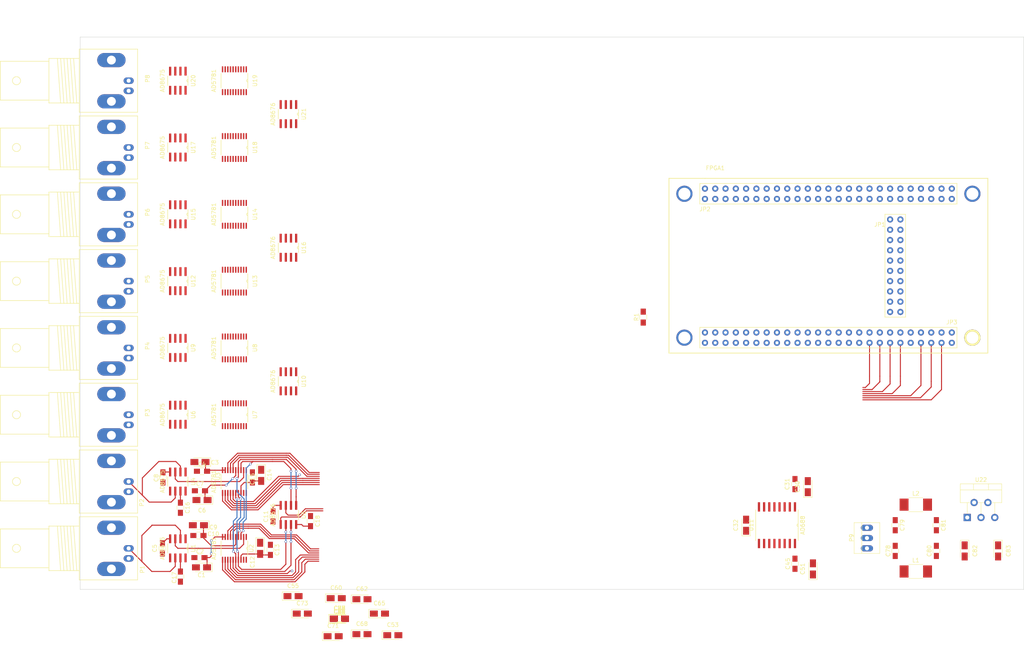
<source format=kicad_pcb>
(kicad_pcb (version 4) (host pcbnew 4.0.5)
  (layers (0 F.Cu signal) (31 B.Cu signal) (34 B.Paste user) (35 F.Paste user) (36 B.SilkS user) (37 F.SilkS user) (38 B.Mask user) (39 F.Mask user) (44 Edge.Cuts user))
  (net 0 "")
  (net 1 +3V3)
  (net 2 GNDA)
  (net 3 -15V)
  (net 4 +15V)
  (net 5 "Net-(C30-Pad2)")
  (net 6 "Net-(C32-Pad2)")
  (net 7 "Net-(C78-Pad1)")
  (net 8 "Net-(C79-Pad1)")
  (net 9 "Net-(FPGA1-PadGNDa)")
  (net 10 "Net-(FPGA1-PadGNDb)")
  (net 11 "Net-(FPGA1-PadP10)")
  (net 12 SCLK5)
  (net 13 "Net-(FPGA1-PadJ3)")
  (net 14 SDIN5)
  (net 15 "Net-(FPGA1-PadK1)")
  (net 16 "Net-(FPGA1-Pad3.3A)")
  (net 17 "Net-(FPGA1-Pad3.3B)")
  (net 18 SDO5)
  (net 19 "Net-(FPGA1-PadK3)")
  (net 20 ~LDAC~5)
  (net 21 "Net-(FPGA1-PadM1)")
  (net 22 ~CLR~5)
  (net 23 "Net-(FPGA1-PadL4)")
  (net 24 ~RESET~5)
  (net 25 "Net-(FPGA1-PadN1)")
  (net 26 "Net-(FPGA1-PadGNDc)")
  (net 27 "Net-(FPGA1-PadGNDd)")
  (net 28 "Net-(FPGA1-PadN2)")
  (net 29 "Net-(FPGA1-PadN3)")
  (net 30 "Net-(FPGA1-PadP1)")
  (net 31 "Net-(FPGA1-PadR1)")
  (net 32 "Net-(FPGA1-PadR2)")
  (net 33 "Net-(FPGA1-PadP3)")
  (net 34 "Net-(FPGA1-PadT2)")
  (net 35 "Net-(FPGA1-PadR3)")
  (net 36 "Net-(FPGA1-PadT3)")
  (net 37 "Net-(FPGA1-PadN4)")
  (net 38 "Net-(FPGA1-PadGNDe)")
  (net 39 "Net-(FPGA1-PadGNDf)")
  (net 40 ~RESET~6)
  (net 41 ~RESET~4)
  (net 42 ~CLR~6)
  (net 43 ~CLR~4)
  (net 44 ~LDAC~6)
  (net 45 ~LDAC~4)
  (net 46 SDO6)
  (net 47 SDO4)
  (net 48 "Net-(FPGA1-Pad3.3C)")
  (net 49 "Net-(FPGA1-Pad3.3D)")
  (net 50 SDIN6)
  (net 51 SDIN4)
  (net 52 SCLK6)
  (net 53 SCLK4)
  (net 54 ~SYNC~6)
  (net 55 ~SYNC~4)
  (net 56 "Net-(FPGA1-PadGNDg)")
  (net 57 "Net-(FPGA1-PadGNDh)")
  (net 58 "Net-(FPGA1-Pad3.3E)")
  (net 59 "Net-(FPGA1-Pad3.3F)")
  (net 60 ~RESET~1)
  (net 61 ~RESET~2)
  (net 62 ~CLR~1)
  (net 63 ~CLR~2)
  (net 64 ~LDAC~1)
  (net 65 ~LDAC~2)
  (net 66 SDO1)
  (net 67 SDO2)
  (net 68 SDIN1)
  (net 69 SDIN2)
  (net 70 SCLK1)
  (net 71 SCLK2)
  (net 72 ~SYNC~1)
  (net 73 ~SYNC~2)
  (net 74 "Net-(FPGA1-PadD4)")
  (net 75 "Net-(FPGA1-PadC4)")
  (net 76 DGND)
  (net 77 "Net-(FPGA1-PadGNDj)")
  (net 78 "Net-(FPGA1-PadGNDk)")
  (net 79 "Net-(FPGA1-PadGNDl)")
  (net 80 "Net-(FPGA1-PadA8)")
  (net 81 ~SYNC~7)
  (net 82 "Net-(FPGA1-PadC8)")
  (net 83 SCLK7)
  (net 84 "Net-(FPGA1-PadA9)")
  (net 85 SDIN7)
  (net 86 "Net-(FPGA1-Pad3.3G)")
  (net 87 "Net-(FPGA1-Pad3.3H)")
  (net 88 "Net-(FPGA1-PadB9)")
  (net 89 SDO7)
  (net 90 "Net-(FPGA1-PadB10)")
  (net 91 ~LDAC~7)
  (net 92 "Net-(FPGA1-PadB12)")
  (net 93 ~CLR~7)
  (net 94 "Net-(FPGA1-PadC12)")
  (net 95 ~RESET~7)
  (net 96 "Net-(FPGA1-PadGNDn)")
  (net 97 "Net-(FPGA1-PadGNDm)")
  (net 98 "Net-(FPGA1-PadA13)")
  (net 99 "Net-(FPGA1-PadA14)")
  (net 100 "Net-(FPGA1-PadE13)")
  (net 101 "Net-(FPGA1-PadB14)")
  (net 102 "Net-(FPGA1-PadC14)")
  (net 103 "Net-(FPGA1-PadA15)")
  (net 104 "Net-(FPGA1-PadB15)")
  (net 105 "Net-(FPGA1-PadB16)")
  (net 106 "Net-(FPGA1-PadC16)")
  (net 107 "Net-(FPGA1-PadD15)")
  (net 108 "Net-(FPGA1-PadGNDo)")
  (net 109 "Net-(FPGA1-PadGNDp)")
  (net 110 ~RESET~3)
  (net 111 ~RESET~8)
  (net 112 ~CLR~3)
  (net 113 ~CLR~8)
  (net 114 ~LDAC~3)
  (net 115 ~LDAC~8)
  (net 116 SDO3)
  (net 117 SDO8)
  (net 118 "Net-(FPGA1-Pad3.3I)")
  (net 119 "Net-(FPGA1-Pad3.3J)")
  (net 120 SDIN3)
  (net 121 SDIN8)
  (net 122 SCLK3)
  (net 123 SCLK8)
  (net 124 ~SYNC~3)
  (net 125 "Net-(FPGA1-PadGNDq)")
  (net 126 "Net-(FPGA1-PadGNDr)")
  (net 127 Vout1)
  (net 128 Vout2)
  (net 129 Vout3)
  (net 130 Vout4)
  (net 131 Vout5)
  (net 132 Vout6)
  (net 133 Vout7)
  (net 134 Vout8)
  (net 135 "Net-(U1-Pad1)")
  (net 136 "Net-(U1-Pad3)")
  (net 137 "Net-(U1-Pad5)")
  (net 138 "Net-(U1-Pad8)")
  (net 139 "Net-(U2-Pad1)")
  (net 140 "Net-(U2-Pad3)")
  (net 141 "Net-(U2-Pad4)")
  (net 142 "Net-(U2-Pad16)")
  (net 143 "Net-(U2-Pad17)")
  (net 144 "Net-(U2-Pad20)")
  (net 145 "Net-(U3-Pad1)")
  (net 146 "Net-(U3-Pad2)")
  (net 147 "Net-(U3-Pad20)")
  (net 148 "Net-(U4-Pad1)")
  (net 149 "Net-(U4-Pad5)")
  (net 150 "Net-(U4-Pad8)")
  (net 151 +10Vref)
  (net 152 -10Vref)
  (net 153 "Net-(U6-Pad1)")
  (net 154 "Net-(U6-Pad3)")
  (net 155 "Net-(U6-Pad5)")
  (net 156 "Net-(U6-Pad8)")
  (net 157 "Net-(U7-Pad1)")
  (net 158 "Net-(U10-Pad2)")
  (net 159 "Net-(U10-Pad1)")
  (net 160 "Net-(U10-Pad7)")
  (net 161 "Net-(U10-Pad6)")
  (net 162 "Net-(U7-Pad20)")
  (net 163 "Net-(U8-Pad1)")
  (net 164 "Net-(U8-Pad2)")
  (net 165 "Net-(U8-Pad20)")
  (net 166 "Net-(U9-Pad1)")
  (net 167 "Net-(U9-Pad5)")
  (net 168 "Net-(U9-Pad8)")
  (net 169 "Net-(U11-Pad4)")
  (net 170 "Net-(U11-Pad5)")
  (net 171 "Net-(U11-Pad13)")
  (net 172 "Net-(U11-Pad10)")
  (net 173 "Net-(U11-Pad11)")
  (net 174 "Net-(U11-Pad12)")
  (net 175 "Net-(U12-Pad1)")
  (net 176 "Net-(U12-Pad3)")
  (net 177 "Net-(U12-Pad5)")
  (net 178 "Net-(U12-Pad8)")
  (net 179 "Net-(U13-Pad1)")
  (net 180 "Net-(U13-Pad3)")
  (net 181 "Net-(U13-Pad4)")
  (net 182 ~SYNC~5)
  (net 183 "Net-(U13-Pad16)")
  (net 184 "Net-(U13-Pad17)")
  (net 185 "Net-(U13-Pad20)")
  (net 186 "Net-(U14-Pad1)")
  (net 187 "Net-(U14-Pad2)")
  (net 188 "Net-(U14-Pad20)")
  (net 189 "Net-(U15-Pad1)")
  (net 190 "Net-(U15-Pad5)")
  (net 191 "Net-(U15-Pad8)")
  (net 192 "Net-(U17-Pad1)")
  (net 193 "Net-(U17-Pad3)")
  (net 194 "Net-(U17-Pad5)")
  (net 195 "Net-(U17-Pad8)")
  (net 196 "Net-(U18-Pad1)")
  (net 197 "Net-(U18-Pad3)")
  (net 198 "Net-(U18-Pad4)")
  (net 199 "Net-(U18-Pad16)")
  (net 200 "Net-(U18-Pad17)")
  (net 201 "Net-(U18-Pad20)")
  (net 202 "Net-(U19-Pad1)")
  (net 203 "Net-(U19-Pad2)")
  (net 204 ~SYNC~8)
  (net 205 "Net-(U19-Pad20)")
  (net 206 "Net-(U20-Pad1)")
  (net 207 "Net-(U20-Pad5)")
  (net 208 "Net-(U20-Pad8)")
  (net 209 GNDD)
  (module Capacitors_SMD:C_0805_HandSoldering (layer F.Cu) (at 54.864 152.781)
    (fp_text reference C2 (at 0.127 -1.524) (layer F.SilkS))
    (fp_text value 0.1uF)
    (pad 1 smd rect (at -1.25 0) (size 1.5 1.25) (layers F.Cu F.Paste F.Mask) (net 2 GNDA))
    (pad 2 smd rect (at 1.25 0) (size 1.5 1.25) (layers F.Cu F.Paste F.Mask) (net 1 +3V3))
  )
  (module Capacitors_SMD:C_0805_HandSoldering (layer F.Cu) (at 55.499 131.445)
    (fp_text reference C4 (at 0 -1.75) (layer F.SilkS))
    (fp_text value 0.1uF)
    (pad 1 smd rect (at -1.25 0) (size 1.5 1.25) (layers F.Cu F.Paste F.Mask) (net 2 GNDA))
    (pad 2 smd rect (at 1.25 0) (size 1.5 1.25) (layers F.Cu F.Paste F.Mask) (net 1 +3V3))
  )
  (module Capacitors_SMD:C_0805_HandSoldering (layer F.Cu) (at 45.72 150.495 270)
    (fp_text reference C5 (at 0 1.905 270) (layer F.SilkS))
    (fp_text value 0.1uF)
    (pad 1 smd rect (at -1.25 0 270) (size 1.5 1.25) (layers F.Cu F.Paste F.Mask) (net 3 -15V))
    (pad 2 smd rect (at 1.25 0 270) (size 1.5 1.25) (layers F.Cu F.Paste F.Mask) (net 2 GNDA))
  )
  (module Capacitors_SMD:C_0805_HandSoldering (layer F.Cu) (at 54.991 136.271)
    (fp_text reference C7 (at 0 -1.75) (layer F.SilkS))
    (fp_text value 0.1uF)
    (pad 1 smd rect (at -1.25 0) (size 1.5 1.25) (layers F.Cu F.Paste F.Mask) (net 2 GNDA))
    (pad 2 smd rect (at 1.25 0) (size 1.5 1.25) (layers F.Cu F.Paste F.Mask) (net 4 +15V))
  )
  (module Capacitors_SMD:C_0805_HandSoldering (layer F.Cu) (at 45.847 132.969 270)
    (fp_text reference C8 (at 0.127 1.651 270) (layer F.SilkS))
    (fp_text value 0.1uF)
    (pad 1 smd rect (at -1.25 0 270) (size 1.5 1.25) (layers F.Cu F.Paste F.Mask) (net 3 -15V))
    (pad 2 smd rect (at 1.25 0 270) (size 1.5 1.25) (layers F.Cu F.Paste F.Mask) (net 2 GNDA))
  )
  (module Capacitors_SMD:C_0805_HandSoldering (layer F.Cu) (at 54.61 147.32 180)
    (fp_text reference C10 (at -3.683 0.381 180) (layer F.SilkS))
    (fp_text value 0.1uF)
    (pad 1 smd rect (at -1.25 0 180) (size 1.5 1.25) (layers F.Cu F.Paste F.Mask) (net 4 +15V))
    (pad 2 smd rect (at 1.25 0 180) (size 1.5 1.25) (layers F.Cu F.Paste F.Mask) (net 2 GNDA))
  )
  (module Capacitors_SMD:C_0805_HandSoldering (layer F.Cu) (at 73.025 142.621 90)
    (fp_text reference C11 (at 0 -1.75 90) (layer F.SilkS))
    (fp_text value 0.1uF)
    (pad 1 smd rect (at -1.25 0 90) (size 1.5 1.25) (layers F.Cu F.Paste F.Mask) (net 2 GNDA))
    (pad 2 smd rect (at 1.25 0 90) (size 1.5 1.25) (layers F.Cu F.Paste F.Mask) (net 3 -15V))
  )
  (module Capacitors_SMD:C_0805_HandSoldering (layer F.Cu) (at 72.39 150.876 270)
    (fp_text reference C13 (at 0 -1.651 270) (layer F.SilkS))
    (fp_text value 0.1uF)
    (pad 1 smd rect (at -1.25 0 270) (size 1.5 1.25) (layers F.Cu F.Paste F.Mask) (net 2 GNDA))
    (pad 2 smd rect (at 1.25 0 270) (size 1.5 1.25) (layers F.Cu F.Paste F.Mask) (net 3 -15V))
  )
  (module Capacitors_SMD:C_0805_HandSoldering (layer F.Cu) (at 67.945 132.969 270)
    (fp_text reference C15 (at 0.381 0 270) (layer F.SilkS))
    (fp_text value 0.1uF)
    (pad 1 smd rect (at -1.25 0 270) (size 1.5 1.25) (layers F.Cu F.Paste F.Mask) (net 2 GNDA))
    (pad 2 smd rect (at 1.25 0 270) (size 1.5 1.25) (layers F.Cu F.Paste F.Mask) (net 3 -15V))
  )
  (module Capacitors_SMD:C_0805_HandSoldering (layer F.Cu) (at 50.165 140.462 270)
    (fp_text reference C16 (at 0 -1.75 270) (layer F.SilkS))
    (fp_text value 0.1uF)
    (pad 1 smd rect (at -1.25 0 270) (size 1.5 1.25) (layers F.Cu F.Paste F.Mask) (net 4 +15V))
    (pad 2 smd rect (at 1.25 0 270) (size 1.5 1.25) (layers F.Cu F.Paste F.Mask) (net 2 GNDA))
  )
  (module Capacitors_SMD:C_0805_HandSoldering (layer F.Cu) (at 50.165 157.48 270)
    (fp_text reference C17 (at 0.254 1.524 270) (layer F.SilkS))
    (fp_text value 0.1uF)
    (pad 1 smd rect (at -1.25 0 270) (size 1.5 1.25) (layers F.Cu F.Paste F.Mask) (net 4 +15V))
    (pad 2 smd rect (at 1.25 0 270) (size 1.5 1.25) (layers F.Cu F.Paste F.Mask) (net 2 GNDA))
  )
  (module Capacitors_SMD:C_0805_HandSoldering (layer F.Cu) (at 82.296 143.764 270)
    (fp_text reference C18 (at 0 -1.75 270) (layer F.SilkS))
    (fp_text value 0.1uF)
    (pad 1 smd rect (at -1.25 0 270) (size 1.5 1.25) (layers F.Cu F.Paste F.Mask) (net 2 GNDA))
    (pad 2 smd rect (at 1.25 0 270) (size 1.5 1.25) (layers F.Cu F.Paste F.Mask) (net 4 +15V))
  )
  (module Capacitors_SMD:C_0805_HandSoldering (layer F.Cu) (at 89.4461 167.8686)
    (fp_text reference C20 (at 0 -1.75) (layer F.SilkS))
    (fp_text value 0.1uF)
    (pad 1 smd rect (at -1.25 0) (size 1.5 1.25) (layers F.Cu F.Paste F.Mask) (net 2 GNDA))
    (pad 2 smd rect (at 1.25 0) (size 1.5 1.25) (layers F.Cu F.Paste F.Mask) (net 1 +3V3))
  )
  (module Capacitors_SMD:C_0805_HandSoldering (layer F.Cu) (at 89.4461 167.8686)
    (fp_text reference C22 (at 0 -1.75) (layer F.SilkS))
    (fp_text value 0.1uF)
    (pad 1 smd rect (at -1.25 0) (size 1.5 1.25) (layers F.Cu F.Paste F.Mask) (net 2 GNDA))
    (pad 2 smd rect (at 1.25 0) (size 1.5 1.25) (layers F.Cu F.Paste F.Mask) (net 1 +3V3))
  )
  (module Capacitors_SMD:C_0805_HandSoldering (layer F.Cu) (at 89.4461 167.8686)
    (fp_text reference C23 (at 0 -1.75) (layer F.SilkS))
    (fp_text value 0.1uF)
    (pad 1 smd rect (at -1.25 0) (size 1.5 1.25) (layers F.Cu F.Paste F.Mask) (net 3 -15V))
    (pad 2 smd rect (at 1.25 0) (size 1.5 1.25) (layers F.Cu F.Paste F.Mask) (net 2 GNDA))
  )
  (module Capacitors_SMD:C_0805_HandSoldering (layer F.Cu) (at 89.4461 167.8686)
    (fp_text reference C25 (at 0 -1.75) (layer F.SilkS))
    (fp_text value 0.1uF)
    (pad 1 smd rect (at -1.25 0) (size 1.5 1.25) (layers F.Cu F.Paste F.Mask) (net 2 GNDA))
    (pad 2 smd rect (at 1.25 0) (size 1.5 1.25) (layers F.Cu F.Paste F.Mask) (net 4 +15V))
  )
  (module Capacitors_SMD:C_0805_HandSoldering (layer F.Cu) (at 89.4461 167.8686)
    (fp_text reference C26 (at 0 -1.75) (layer F.SilkS))
    (fp_text value 0.1uF)
    (pad 1 smd rect (at -1.25 0) (size 1.5 1.25) (layers F.Cu F.Paste F.Mask) (net 3 -15V))
    (pad 2 smd rect (at 1.25 0) (size 1.5 1.25) (layers F.Cu F.Paste F.Mask) (net 2 GNDA))
  )
  (module Capacitors_SMD:C_0805_HandSoldering (layer F.Cu) (at 89.4461 167.8686)
    (fp_text reference C28 (at 0 -1.75) (layer F.SilkS))
    (fp_text value 0.1uF)
    (pad 1 smd rect (at -1.25 0) (size 1.5 1.25) (layers F.Cu F.Paste F.Mask) (net 4 +15V))
    (pad 2 smd rect (at 1.25 0) (size 1.5 1.25) (layers F.Cu F.Paste F.Mask) (net 2 GNDA))
  )
  (module Capacitors_SMD:C_0805_HandSoldering (layer F.Cu) (at 89.4461 167.8686)
    (fp_text reference C29 (at 0 -1.75) (layer F.SilkS))
    (fp_text value 0.1uF)
    (pad 1 smd rect (at -1.25 0) (size 1.5 1.25) (layers F.Cu F.Paste F.Mask) (net 2 GNDA))
    (pad 2 smd rect (at 1.25 0) (size 1.5 1.25) (layers F.Cu F.Paste F.Mask) (net 3 -15V))
  )
  (module Capacitors_SMD:C_0805_HandSoldering (layer F.Cu) (at 201.93 134.62 270)
    (fp_text reference C31 (at 0 1.905 270) (layer F.SilkS))
    (fp_text value 0.1uF)
    (pad 1 smd rect (at -1.25 0 270) (size 1.5 1.25) (layers F.Cu F.Paste F.Mask) (net 5 "Net-(C30-Pad2)"))
    (pad 2 smd rect (at 1.25 0 270) (size 1.5 1.25) (layers F.Cu F.Paste F.Mask) (net 4 +15V))
  )
  (module Capacitors_SMD:C_0805_HandSoldering (layer F.Cu) (at 89.4461 167.8686)
    (fp_text reference C34 (at 0 -1.75) (layer F.SilkS))
    (fp_text value 0.1uF)
    (pad 1 smd rect (at -1.25 0) (size 1.5 1.25) (layers F.Cu F.Paste F.Mask) (net 2 GNDA))
    (pad 2 smd rect (at 1.25 0) (size 1.5 1.25) (layers F.Cu F.Paste F.Mask) (net 3 -15V))
  )
  (module Capacitors_SMD:C_0805_HandSoldering (layer F.Cu) (at 89.4461 167.8686)
    (fp_text reference C36 (at 0 -1.75) (layer F.SilkS))
    (fp_text value 0.1uF)
    (pad 1 smd rect (at -1.25 0) (size 1.5 1.25) (layers F.Cu F.Paste F.Mask) (net 2 GNDA))
    (pad 2 smd rect (at 1.25 0) (size 1.5 1.25) (layers F.Cu F.Paste F.Mask) (net 3 -15V))
  )
  (module Capacitors_SMD:C_0805_HandSoldering (layer F.Cu) (at 89.4461 167.8686)
    (fp_text reference C37 (at 0 -1.75) (layer F.SilkS))
    (fp_text value 0.1uF)
    (pad 1 smd rect (at -1.25 0) (size 1.5 1.25) (layers F.Cu F.Paste F.Mask) (net 4 +15V))
    (pad 2 smd rect (at 1.25 0) (size 1.5 1.25) (layers F.Cu F.Paste F.Mask) (net 2 GNDA))
  )
  (module Capacitors_SMD:C_0805_HandSoldering (layer F.Cu) (at 89.4461 167.8686)
    (fp_text reference C38 (at 0 -1.75) (layer F.SilkS))
    (fp_text value 0.1uF)
    (pad 1 smd rect (at -1.25 0) (size 1.5 1.25) (layers F.Cu F.Paste F.Mask) (net 4 +15V))
    (pad 2 smd rect (at 1.25 0) (size 1.5 1.25) (layers F.Cu F.Paste F.Mask) (net 2 GNDA))
  )
  (module Capacitors_SMD:C_0805_HandSoldering (layer F.Cu) (at 89.4461 167.8686)
    (fp_text reference C39 (at 0 -1.75) (layer F.SilkS))
    (fp_text value 0.1uF)
    (pad 1 smd rect (at -1.25 0) (size 1.5 1.25) (layers F.Cu F.Paste F.Mask) (net 2 GNDA))
    (pad 2 smd rect (at 1.25 0) (size 1.5 1.25) (layers F.Cu F.Paste F.Mask) (net 4 +15V))
  )
  (module Capacitors_SMD:C_0805_HandSoldering (layer F.Cu) (at 89.4461 167.8686)
    (fp_text reference C41 (at 0 -1.75) (layer F.SilkS))
    (fp_text value 0.1uF)
    (pad 1 smd rect (at -1.25 0) (size 1.5 1.25) (layers F.Cu F.Paste F.Mask) (net 2 GNDA))
    (pad 2 smd rect (at 1.25 0) (size 1.5 1.25) (layers F.Cu F.Paste F.Mask) (net 1 +3V3))
  )
  (module Capacitors_SMD:C_0805_HandSoldering (layer F.Cu) (at 89.4461 167.8686)
    (fp_text reference C43 (at 0 -1.75) (layer F.SilkS))
    (fp_text value 0.1uF)
    (pad 1 smd rect (at -1.25 0) (size 1.5 1.25) (layers F.Cu F.Paste F.Mask) (net 2 GNDA))
    (pad 2 smd rect (at 1.25 0) (size 1.5 1.25) (layers F.Cu F.Paste F.Mask) (net 1 +3V3))
  )
  (module Capacitors_SMD:C_0805_HandSoldering (layer F.Cu) (at 89.4461 167.8686)
    (fp_text reference C44 (at 0 -1.75) (layer F.SilkS))
    (fp_text value 0.1uF)
    (pad 1 smd rect (at -1.25 0) (size 1.5 1.25) (layers F.Cu F.Paste F.Mask) (net 3 -15V))
    (pad 2 smd rect (at 1.25 0) (size 1.5 1.25) (layers F.Cu F.Paste F.Mask) (net 2 GNDA))
  )
  (module Capacitors_SMD:C_0805_HandSoldering (layer F.Cu) (at 201.93 154.305 90)
    (fp_text reference C45 (at 0 -1.75 90) (layer F.SilkS))
    (fp_text value 0.1uF)
    (pad 1 smd rect (at -1.25 0 90) (size 1.5 1.25) (layers F.Cu F.Paste F.Mask) (net 2 GNDA))
    (pad 2 smd rect (at 1.25 0 90) (size 1.5 1.25) (layers F.Cu F.Paste F.Mask) (net 3 -15V))
  )
  (module Capacitors_SMD:C_0805_HandSoldering (layer F.Cu) (at 89.4461 167.8686)
    (fp_text reference C47 (at 0 -1.75) (layer F.SilkS))
    (fp_text value 0.1uF)
    (pad 1 smd rect (at -1.25 0) (size 1.5 1.25) (layers F.Cu F.Paste F.Mask) (net 2 GNDA))
    (pad 2 smd rect (at 1.25 0) (size 1.5 1.25) (layers F.Cu F.Paste F.Mask) (net 4 +15V))
  )
  (module Capacitors_SMD:C_0805_HandSoldering (layer F.Cu) (at 89.4461 167.8686)
    (fp_text reference C48 (at 0 -1.75) (layer F.SilkS))
    (fp_text value 0.1uF)
    (pad 1 smd rect (at -1.25 0) (size 1.5 1.25) (layers F.Cu F.Paste F.Mask) (net 3 -15V))
    (pad 2 smd rect (at 1.25 0) (size 1.5 1.25) (layers F.Cu F.Paste F.Mask) (net 2 GNDA))
  )
  (module Capacitors_SMD:C_0805_HandSoldering (layer F.Cu) (at 89.4461 167.8686)
    (fp_text reference C50 (at 0 -1.75) (layer F.SilkS))
    (fp_text value 0.1uF)
    (pad 1 smd rect (at -1.25 0) (size 1.5 1.25) (layers F.Cu F.Paste F.Mask) (net 4 +15V))
    (pad 2 smd rect (at 1.25 0) (size 1.5 1.25) (layers F.Cu F.Paste F.Mask) (net 2 GNDA))
  )
  (module Capacitors_SMD:C_0805_HandSoldering (layer F.Cu) (at 89.4461 167.8686)
    (fp_text reference C52 (at 0 -1.75) (layer F.SilkS))
    (fp_text value 0.1uF)
    (pad 1 smd rect (at -1.25 0) (size 1.5 1.25) (layers F.Cu F.Paste F.Mask) (net 2 GNDA))
    (pad 2 smd rect (at 1.25 0) (size 1.5 1.25) (layers F.Cu F.Paste F.Mask) (net 3 -15V))
  )
  (module Capacitors_SMD:C_0805_HandSoldering (layer F.Cu) (at 89.4461 167.8686)
    (fp_text reference C54 (at 0 -1.75) (layer F.SilkS))
    (fp_text value 0.1uF)
    (pad 1 smd rect (at -1.25 0) (size 1.5 1.25) (layers F.Cu F.Paste F.Mask) (net 2 GNDA))
    (pad 2 smd rect (at 1.25 0) (size 1.5 1.25) (layers F.Cu F.Paste F.Mask) (net 3 -15V))
  )
  (module Capacitors_SMD:C_0805_HandSoldering (layer F.Cu) (at 89.4461 167.8686)
    (fp_text reference C56 (at 0 -1.75) (layer F.SilkS))
    (fp_text value 0.1uF)
    (pad 1 smd rect (at -1.25 0) (size 1.5 1.25) (layers F.Cu F.Paste F.Mask) (net 2 GNDA))
    (pad 2 smd rect (at 1.25 0) (size 1.5 1.25) (layers F.Cu F.Paste F.Mask) (net 3 -15V))
  )
  (module Capacitors_SMD:C_0805_HandSoldering (layer F.Cu) (at 89.4461 167.8686)
    (fp_text reference C57 (at 0 -1.75) (layer F.SilkS))
    (fp_text value 0.1uF)
    (pad 1 smd rect (at -1.25 0) (size 1.5 1.25) (layers F.Cu F.Paste F.Mask) (net 4 +15V))
    (pad 2 smd rect (at 1.25 0) (size 1.5 1.25) (layers F.Cu F.Paste F.Mask) (net 2 GNDA))
  )
  (module Capacitors_SMD:C_0805_HandSoldering (layer F.Cu) (at 89.4461 167.8686)
    (fp_text reference C58 (at 0 -1.75) (layer F.SilkS))
    (fp_text value 0.1uF)
    (pad 1 smd rect (at -1.25 0) (size 1.5 1.25) (layers F.Cu F.Paste F.Mask) (net 4 +15V))
    (pad 2 smd rect (at 1.25 0) (size 1.5 1.25) (layers F.Cu F.Paste F.Mask) (net 2 GNDA))
  )
  (module Capacitors_SMD:C_0805_HandSoldering (layer F.Cu) (at 89.4461 167.8686)
    (fp_text reference C59 (at 0 -1.75) (layer F.SilkS))
    (fp_text value 0.1uF)
    (pad 1 smd rect (at -1.25 0) (size 1.5 1.25) (layers F.Cu F.Paste F.Mask) (net 2 GNDA))
    (pad 2 smd rect (at 1.25 0) (size 1.5 1.25) (layers F.Cu F.Paste F.Mask) (net 4 +15V))
  )
  (module Capacitors_SMD:C_0805_HandSoldering (layer F.Cu) (at 89.4461 167.8686)
    (fp_text reference C61 (at 0 -1.75) (layer F.SilkS))
    (fp_text value 0.1uF)
    (pad 1 smd rect (at -1.25 0) (size 1.5 1.25) (layers F.Cu F.Paste F.Mask) (net 2 GNDA))
    (pad 2 smd rect (at 1.25 0) (size 1.5 1.25) (layers F.Cu F.Paste F.Mask) (net 1 +3V3))
  )
  (module Capacitors_SMD:C_0805_HandSoldering (layer F.Cu) (at 89.4461 167.8686)
    (fp_text reference C63 (at 0 -1.75) (layer F.SilkS))
    (fp_text value 0.1uF)
    (pad 1 smd rect (at -1.25 0) (size 1.5 1.25) (layers F.Cu F.Paste F.Mask) (net 2 GNDA))
    (pad 2 smd rect (at 1.25 0) (size 1.5 1.25) (layers F.Cu F.Paste F.Mask) (net 1 +3V3))
  )
  (module Capacitors_SMD:C_0805_HandSoldering (layer F.Cu) (at 89.4461 167.8686)
    (fp_text reference C64 (at 0 -1.75) (layer F.SilkS))
    (fp_text value 0.1uF)
    (pad 1 smd rect (at -1.25 0) (size 1.5 1.25) (layers F.Cu F.Paste F.Mask) (net 3 -15V))
    (pad 2 smd rect (at 1.25 0) (size 1.5 1.25) (layers F.Cu F.Paste F.Mask) (net 2 GNDA))
  )
  (module Capacitors_SMD:C_0805_HandSoldering (layer F.Cu) (at 89.4461 167.8686)
    (fp_text reference C66 (at 0 -1.75) (layer F.SilkS))
    (fp_text value 0.1uF)
    (pad 1 smd rect (at -1.25 0) (size 1.5 1.25) (layers F.Cu F.Paste F.Mask) (net 2 GNDA))
    (pad 2 smd rect (at 1.25 0) (size 1.5 1.25) (layers F.Cu F.Paste F.Mask) (net 4 +15V))
  )
  (module Capacitors_SMD:C_0805_HandSoldering (layer F.Cu) (at 89.4461 167.8686)
    (fp_text reference C67 (at 0 -1.75) (layer F.SilkS))
    (fp_text value 0.1uF)
    (pad 1 smd rect (at -1.25 0) (size 1.5 1.25) (layers F.Cu F.Paste F.Mask) (net 3 -15V))
    (pad 2 smd rect (at 1.25 0) (size 1.5 1.25) (layers F.Cu F.Paste F.Mask) (net 2 GNDA))
  )
  (module Capacitors_SMD:C_0805_HandSoldering (layer F.Cu) (at 89.4461 167.8686)
    (fp_text reference C69 (at 0 -1.75) (layer F.SilkS))
    (fp_text value 0.1uF)
    (pad 1 smd rect (at -1.25 0) (size 1.5 1.25) (layers F.Cu F.Paste F.Mask) (net 4 +15V))
    (pad 2 smd rect (at 1.25 0) (size 1.5 1.25) (layers F.Cu F.Paste F.Mask) (net 2 GNDA))
  )
  (module Capacitors_SMD:C_0805_HandSoldering (layer F.Cu) (at 89.4461 167.8686)
    (fp_text reference C70 (at 0 -1.75) (layer F.SilkS))
    (fp_text value 0.1uF)
    (pad 1 smd rect (at -1.25 0) (size 1.5 1.25) (layers F.Cu F.Paste F.Mask) (net 2 GNDA))
    (pad 2 smd rect (at 1.25 0) (size 1.5 1.25) (layers F.Cu F.Paste F.Mask) (net 3 -15V))
  )
  (module Capacitors_SMD:C_0805_HandSoldering (layer F.Cu) (at 89.4461 167.8686)
    (fp_text reference C72 (at 0 -1.75) (layer F.SilkS))
    (fp_text value 0.1uF)
    (pad 1 smd rect (at -1.25 0) (size 1.5 1.25) (layers F.Cu F.Paste F.Mask) (net 2 GNDA))
    (pad 2 smd rect (at 1.25 0) (size 1.5 1.25) (layers F.Cu F.Paste F.Mask) (net 3 -15V))
  )
  (module Capacitors_SMD:C_0805_HandSoldering (layer F.Cu) (at 89.4461 167.8686)
    (fp_text reference C74 (at 0 -1.75) (layer F.SilkS))
    (fp_text value 0.1uF)
    (pad 1 smd rect (at -1.25 0) (size 1.5 1.25) (layers F.Cu F.Paste F.Mask) (net 2 GNDA))
    (pad 2 smd rect (at 1.25 0) (size 1.5 1.25) (layers F.Cu F.Paste F.Mask) (net 3 -15V))
  )
  (module Capacitors_SMD:C_0805_HandSoldering (layer F.Cu) (at 89.4461 167.8686)
    (fp_text reference C75 (at 0 -1.75) (layer F.SilkS))
    (fp_text value 0.1uF)
    (pad 1 smd rect (at -1.25 0) (size 1.5 1.25) (layers F.Cu F.Paste F.Mask) (net 4 +15V))
    (pad 2 smd rect (at 1.25 0) (size 1.5 1.25) (layers F.Cu F.Paste F.Mask) (net 2 GNDA))
  )
  (module Capacitors_SMD:C_0805_HandSoldering (layer F.Cu) (at 89.4461 167.8686)
    (fp_text reference C76 (at 0 -1.75) (layer F.SilkS))
    (fp_text value 0.1uF)
    (pad 1 smd rect (at -1.25 0) (size 1.5 1.25) (layers F.Cu F.Paste F.Mask) (net 4 +15V))
    (pad 2 smd rect (at 1.25 0) (size 1.5 1.25) (layers F.Cu F.Paste F.Mask) (net 2 GNDA))
  )
  (module Capacitors_SMD:C_0805_HandSoldering (layer F.Cu) (at 89.4461 167.8686)
    (fp_text reference C77 (at 0 -1.75) (layer F.SilkS))
    (fp_text value 0.1uF)
    (pad 1 smd rect (at -1.25 0) (size 1.5 1.25) (layers F.Cu F.Paste F.Mask) (net 2 GNDA))
    (pad 2 smd rect (at 1.25 0) (size 1.5 1.25) (layers F.Cu F.Paste F.Mask) (net 4 +15V))
  )
  (module Capacitors_SMD:C_0805_HandSoldering (layer F.Cu) (at 226.695 151.13 90)
    (fp_text reference C78 (at 0 -1.75 90) (layer F.SilkS))
    (fp_text value 0.1uF)
    (pad 1 smd rect (at -1.25 0 90) (size 1.5 1.25) (layers F.Cu F.Paste F.Mask) (net 7 "Net-(C78-Pad1)"))
    (pad 2 smd rect (at 1.25 0 90) (size 1.5 1.25) (layers F.Cu F.Paste F.Mask) (net 2 GNDA))
  )
  (module Capacitors_SMD:C_0805_HandSoldering (layer F.Cu) (at 226.695 144.78 270)
    (fp_text reference C79 (at 0 -1.75 270) (layer F.SilkS))
    (fp_text value 0.1uF)
    (pad 1 smd rect (at -1.25 0 270) (size 1.5 1.25) (layers F.Cu F.Paste F.Mask) (net 8 "Net-(C79-Pad1)"))
    (pad 2 smd rect (at 1.25 0 270) (size 1.5 1.25) (layers F.Cu F.Paste F.Mask) (net 2 GNDA))
  )
  (module Capacitors_SMD:C_0805_HandSoldering (layer F.Cu) (at 236.855 151.13 90)
    (fp_text reference C80 (at 0 -1.75 90) (layer F.SilkS))
    (fp_text value 0.01uF)
    (pad 1 smd rect (at -1.25 0 90) (size 1.5 1.25) (layers F.Cu F.Paste F.Mask) (net 4 +15V))
    (pad 2 smd rect (at 1.25 0 90) (size 1.5 1.25) (layers F.Cu F.Paste F.Mask) (net 2 GNDA))
  )
  (module Capacitors_SMD:C_0805_HandSoldering (layer F.Cu) (at 236.855 144.78 270)
    (fp_text reference C81 (at 0 -1.75 270) (layer F.SilkS))
    (fp_text value 0.01uF)
    (pad 1 smd rect (at -1.25 0 270) (size 1.5 1.25) (layers F.Cu F.Paste F.Mask) (net 3 -15V))
    (pad 2 smd rect (at 1.25 0 270) (size 1.5 1.25) (layers F.Cu F.Paste F.Mask) (net 2 GNDA))
  )
  (module KiCad_DAC_Specific:XEM7001 (layer F.Cu) (at 235.585 66.675)
    (fp_text reference FPGA1 (at -53.34 -10.16) (layer F.SilkS))
    (fp_text value XEM7001)
    (fp_text user JP3 (at 5.08 27.94) (layer F.SilkS))
    (fp_text user JP1 (at -12.7 3.81) (layer F.SilkS))
    (fp_text user JP2 (at -55.88 0) (layer F.SilkS))
    (pad "" np_thru_hole circle (at -60.96 31.75) (size 4 4) (drill 3) (layers *.Cu *.Mask))
    (pad "" np_thru_hole circle (at 10.16 31.75) (size 4 4) (drill 3) (layers *.Cu *.Mask F.SilkS Dwgs.User))
    (pad "" np_thru_hole circle (at 10.16 -3.81) (size 4 4) (drill 3) (layers *.Cu *.Mask))
    (pad GNDa thru_hole circle (at 5.08 -5.08) (size 1.524 1.524) (drill 0.762) (layers *.Cu *.Mask) (net 9 "Net-(FPGA1-PadGNDa)"))
    (pad GNDb thru_hole circle (at 5.08 -2.54) (size 1.524 1.524) (drill 0.762) (layers *.Cu *.Mask) (net 10 "Net-(FPGA1-PadGNDb)"))
    (pad CLK1 thru_hole circle (at 2.54 -5.08) (size 1.524 1.524) (drill 0.762) (layers *.Cu *.Mask))
    (pad P10 thru_hole circle (at 2.54 -2.54) (size 1.524 1.524) (drill 0.762) (layers *.Cu *.Mask) (net 11 "Net-(FPGA1-PadP10)"))
    (pad J1 thru_hole circle (at 0 -5.08) (size 1.524 1.524) (drill 0.762) (layers *.Cu *.Mask) (net 123 SCLK8))
    (pad J3 thru_hole circle (at 0 -2.54) (size 1.524 1.524) (drill 0.762) (layers *.Cu *.Mask) (net 13 "Net-(FPGA1-PadJ3)"))
    (pad K2 thru_hole circle (at -2.54 -5.08) (size 1.524 1.524) (drill 0.762) (layers *.Cu *.Mask) (net 121 SDIN8))
    (pad K1 thru_hole circle (at -2.54 -2.54) (size 1.524 1.524) (drill 0.762) (layers *.Cu *.Mask) (net 15 "Net-(FPGA1-PadK1)"))
    (pad 3.3A thru_hole circle (at -5.08 -5.08) (size 1.524 1.524) (drill 0.762) (layers *.Cu *.Mask) (net 16 "Net-(FPGA1-Pad3.3A)"))
    (pad 3.3B thru_hole circle (at -5.08 -2.54) (size 1.524 1.524) (drill 0.762) (layers *.Cu *.Mask) (net 17 "Net-(FPGA1-Pad3.3B)"))
    (pad L2 thru_hole circle (at -7.62 -5.08) (size 1.524 1.524) (drill 0.762) (layers *.Cu *.Mask) (net 117 SDO8))
    (pad K3 thru_hole circle (at -7.62 -2.54) (size 1.524 1.524) (drill 0.762) (layers *.Cu *.Mask) (net 19 "Net-(FPGA1-PadK3)"))
    (pad L3 thru_hole circle (at -10.16 -5.08) (size 1.524 1.524) (drill 0.762) (layers *.Cu *.Mask) (net 115 ~LDAC~8))
    (pad M1 thru_hole circle (at -10.16 -2.54) (size 1.524 1.524) (drill 0.762) (layers *.Cu *.Mask) (net 21 "Net-(FPGA1-PadM1)"))
    (pad M2 thru_hole circle (at -12.7 -5.08) (size 1.524 1.524) (drill 0.762) (layers *.Cu *.Mask) (net 113 ~CLR~8))
    (pad L4 thru_hole circle (at -12.7 -2.54) (size 1.524 1.524) (drill 0.762) (layers *.Cu *.Mask) (net 23 "Net-(FPGA1-PadL4)"))
    (pad M4 thru_hole circle (at -15.24 -5.08) (size 1.524 1.524) (drill 0.762) (layers *.Cu *.Mask) (net 111 ~RESET~8))
    (pad N1 thru_hole circle (at -15.24 -2.54) (size 1.524 1.524) (drill 0.762) (layers *.Cu *.Mask) (net 25 "Net-(FPGA1-PadN1)"))
    (pad GNDc thru_hole circle (at -17.78 -5.08) (size 1.524 1.524) (drill 0.762) (layers *.Cu *.Mask) (net 26 "Net-(FPGA1-PadGNDc)"))
    (pad GNDd thru_hole circle (at -17.78 -2.54) (size 1.524 1.524) (drill 0.762) (layers *.Cu *.Mask) (net 27 "Net-(FPGA1-PadGNDd)"))
    (pad N2 thru_hole circle (at -20.32 -5.08) (size 1.524 1.524) (drill 0.762) (layers *.Cu *.Mask) (net 28 "Net-(FPGA1-PadN2)"))
    (pad N3 thru_hole circle (at -20.32 -2.54) (size 1.524 1.524) (drill 0.762) (layers *.Cu *.Mask) (net 29 "Net-(FPGA1-PadN3)"))
    (pad P1 thru_hole circle (at -22.86 -5.08) (size 1.524 1.524) (drill 0.762) (layers *.Cu *.Mask) (net 30 "Net-(FPGA1-PadP1)"))
    (pad R1 thru_hole circle (at -22.86 -2.54) (size 1.524 1.524) (drill 0.762) (layers *.Cu *.Mask) (net 31 "Net-(FPGA1-PadR1)"))
    (pad R2 thru_hole circle (at -25.4 -5.08) (size 1.524 1.524) (drill 0.762) (layers *.Cu *.Mask) (net 32 "Net-(FPGA1-PadR2)"))
    (pad P3 thru_hole circle (at -25.4 -2.54) (size 1.524 1.524) (drill 0.762) (layers *.Cu *.Mask) (net 33 "Net-(FPGA1-PadP3)"))
    (pad T2 thru_hole circle (at -27.94 -5.08) (size 1.524 1.524) (drill 0.762) (layers *.Cu *.Mask) (net 34 "Net-(FPGA1-PadT2)"))
    (pad R3 thru_hole circle (at -27.94 -2.54) (size 1.524 1.524) (drill 0.762) (layers *.Cu *.Mask) (net 35 "Net-(FPGA1-PadR3)"))
    (pad T3 thru_hole circle (at -30.48 -5.08) (size 1.524 1.524) (drill 0.762) (layers *.Cu *.Mask) (net 36 "Net-(FPGA1-PadT3)"))
    (pad N4 thru_hole circle (at -30.48 -2.54) (size 1.524 1.524) (drill 0.762) (layers *.Cu *.Mask) (net 37 "Net-(FPGA1-PadN4)"))
    (pad GNDe thru_hole circle (at -33.02 -5.08) (size 1.524 1.524) (drill 0.762) (layers *.Cu *.Mask) (net 38 "Net-(FPGA1-PadGNDe)"))
    (pad GNDf thru_hole circle (at -33.02 -2.54) (size 1.524 1.524) (drill 0.762) (layers *.Cu *.Mask) (net 39 "Net-(FPGA1-PadGNDf)"))
    (pad P4 thru_hole circle (at -35.56 -5.08) (size 1.524 1.524) (drill 0.762) (layers *.Cu *.Mask) (net 95 ~RESET~7))
    (pad T4 thru_hole circle (at -35.56 -2.54) (size 1.524 1.524) (drill 0.762) (layers *.Cu *.Mask) (net 40 ~RESET~6))
    (pad P5 thru_hole circle (at -38.1 -5.08) (size 1.524 1.524) (drill 0.762) (layers *.Cu *.Mask) (net 93 ~CLR~7))
    (pad N6 thru_hole circle (at -38.1 -2.54) (size 1.524 1.524) (drill 0.762) (layers *.Cu *.Mask) (net 42 ~CLR~6))
    (pad R5 thru_hole circle (at -40.64 -5.08) (size 1.524 1.524) (drill 0.762) (layers *.Cu *.Mask) (net 91 ~LDAC~7))
    (pad P8 thru_hole circle (at -40.64 -2.54) (size 1.524 1.524) (drill 0.762) (layers *.Cu *.Mask) (net 44 ~LDAC~6))
    (pad T5 thru_hole circle (at -43.18 -5.08) (size 1.524 1.524) (drill 0.762) (layers *.Cu *.Mask) (net 89 SDO7))
    (pad R6 thru_hole circle (at -43.18 -2.54) (size 1.524 1.524) (drill 0.762) (layers *.Cu *.Mask) (net 46 SDO6))
    (pad 3.3C thru_hole circle (at -45.72 -5.08) (size 1.524 1.524) (drill 0.762) (layers *.Cu *.Mask) (net 48 "Net-(FPGA1-Pad3.3C)"))
    (pad 3.3D thru_hole circle (at -45.72 -2.54) (size 1.524 1.524) (drill 0.762) (layers *.Cu *.Mask) (net 49 "Net-(FPGA1-Pad3.3D)"))
    (pad T9 thru_hole circle (at -48.26 -5.08) (size 1.524 1.524) (drill 0.762) (layers *.Cu *.Mask) (net 85 SDIN7))
    (pad R7 thru_hole circle (at -48.26 -2.54) (size 1.524 1.524) (drill 0.762) (layers *.Cu *.Mask) (net 50 SDIN6))
    (pad T7 thru_hole circle (at -50.8 -5.08) (size 1.524 1.524) (drill 0.762) (layers *.Cu *.Mask) (net 83 SCLK7))
    (pad R8 thru_hole circle (at -50.8 -2.54) (size 1.524 1.524) (drill 0.762) (layers *.Cu *.Mask) (net 52 SCLK6))
    (pad T8 thru_hole circle (at -53.34 -5.08) (size 1.524 1.524) (drill 0.762) (layers *.Cu *.Mask) (net 81 ~SYNC~7))
    (pad T10 thru_hole circle (at -53.34 -2.54) (size 1.524 1.524) (drill 0.762) (layers *.Cu *.Mask) (net 54 ~SYNC~6))
    (pad GNDg thru_hole circle (at -55.88 -5.08) (size 1.524 1.524) (drill 0.762) (layers *.Cu *.Mask) (net 56 "Net-(FPGA1-PadGNDg)"))
    (pad GNDh thru_hole circle (at -55.88 -2.54) (size 1.524 1.524) (drill 0.762) (layers *.Cu *.Mask) (net 57 "Net-(FPGA1-PadGNDh)"))
    (pad 3.3E thru_hole circle (at -10.16 2.54) (size 1.524 1.524) (drill 0.762) (layers *.Cu *.Mask) (net 58 "Net-(FPGA1-Pad3.3E)"))
    (pad 3.3F thru_hole circle (at -7.62 2.54) (size 1.524 1.524) (drill 0.762) (layers *.Cu *.Mask) (net 59 "Net-(FPGA1-Pad3.3F)"))
    (pad H1 thru_hole circle (at -10.16 5.08) (size 1.524 1.524) (drill 0.762) (layers *.Cu *.Mask) (net 41 ~RESET~4))
    (pad H2 thru_hole circle (at -7.62 5.08) (size 1.524 1.524) (drill 0.762) (layers *.Cu *.Mask) (net 24 ~RESET~5))
    (pad G1 thru_hole circle (at -10.16 7.62) (size 1.524 1.524) (drill 0.762) (layers *.Cu *.Mask) (net 43 ~CLR~4))
    (pad G2 thru_hole circle (at -7.62 7.62) (size 1.524 1.524) (drill 0.762) (layers *.Cu *.Mask) (net 22 ~CLR~5))
    (pad F2 thru_hole circle (at -10.16 10.16) (size 1.524 1.524) (drill 0.762) (layers *.Cu *.Mask) (net 45 ~LDAC~4))
    (pad E1 thru_hole circle (at -7.62 10.16) (size 1.524 1.524) (drill 0.762) (layers *.Cu *.Mask) (net 20 ~LDAC~5))
    (pad E2 thru_hole circle (at -10.16 12.7) (size 1.524 1.524) (drill 0.762) (layers *.Cu *.Mask) (net 47 SDO4))
    (pad D1 thru_hole circle (at -7.62 12.7) (size 1.524 1.524) (drill 0.762) (layers *.Cu *.Mask) (net 18 SDO5))
    (pad C1 thru_hole circle (at -10.16 15.24) (size 1.524 1.524) (drill 0.762) (layers *.Cu *.Mask) (net 51 SDIN4))
    (pad C2 thru_hole circle (at -7.62 15.24) (size 1.524 1.524) (drill 0.762) (layers *.Cu *.Mask) (net 14 SDIN5))
    (pad B1 thru_hole circle (at -10.16 17.78) (size 1.524 1.524) (drill 0.762) (layers *.Cu *.Mask) (net 53 SCLK4))
    (pad B2 thru_hole circle (at -7.62 17.78) (size 1.524 1.524) (drill 0.762) (layers *.Cu *.Mask) (net 12 SCLK5))
    (pad A2 thru_hole circle (at -10.16 20.32) (size 1.524 1.524) (drill 0.762) (layers *.Cu *.Mask) (net 55 ~SYNC~4))
    (pad A3 thru_hole circle (at -7.62 20.32) (size 1.524 1.524) (drill 0.762) (layers *.Cu *.Mask) (net 182 ~SYNC~5))
    (pad D4 thru_hole circle (at -10.16 22.86) (size 1.524 1.524) (drill 0.762) (layers *.Cu *.Mask) (net 74 "Net-(FPGA1-PadD4)"))
    (pad C4 thru_hole circle (at -7.62 22.86) (size 1.524 1.524) (drill 0.762) (layers *.Cu *.Mask) (net 75 "Net-(FPGA1-PadC4)"))
    (pad GNDi thru_hole circle (at -10.16 25.4) (size 1.524 1.524) (drill 0.762) (layers *.Cu *.Mask) (net 76 DGND))
    (pad GNDj thru_hole circle (at -7.62 25.4) (size 1.524 1.524) (drill 0.762) (layers *.Cu *.Mask) (net 77 "Net-(FPGA1-PadGNDj)"))
    (pad GNDk thru_hole circle (at 5.08 30.48) (size 1.524 1.524) (drill 0.762) (layers *.Cu *.Mask) (net 78 "Net-(FPGA1-PadGNDk)"))
    (pad GNDl thru_hole circle (at 5.08 33.02) (size 1.524 1.524) (drill 0.762) (layers *.Cu *.Mask) (net 79 "Net-(FPGA1-PadGNDl)"))
    (pad A8 thru_hole circle (at 2.54 30.48) (size 1.524 1.524) (drill 0.762) (layers *.Cu *.Mask) (net 80 "Net-(FPGA1-PadA8)"))
    (pad D9 thru_hole circle (at 2.54 33.02) (size 1.524 1.524) (drill 0.762) (layers *.Cu *.Mask) (net 66 SDO1))
    (pad C8 thru_hole circle (at 0 30.48) (size 1.524 1.524) (drill 0.762) (layers *.Cu *.Mask) (net 82 "Net-(FPGA1-PadC8)"))
    (pad D10 thru_hole circle (at 0 33.02) (size 1.524 1.524) (drill 0.762) (layers *.Cu *.Mask) (net 68 SDIN1))
    (pad A9 thru_hole circle (at -2.54 30.48) (size 1.524 1.524) (drill 0.762) (layers *.Cu *.Mask) (net 84 "Net-(FPGA1-PadA9)"))
    (pad C9 thru_hole circle (at -2.54 33.02) (size 1.524 1.524) (drill 0.762) (layers *.Cu *.Mask) (net 70 SCLK1))
    (pad 3.3G thru_hole circle (at -5.08 30.48) (size 1.524 1.524) (drill 0.762) (layers *.Cu *.Mask) (net 86 "Net-(FPGA1-Pad3.3G)"))
    (pad 3.3H thru_hole circle (at -5.08 33.02) (size 1.524 1.524) (drill 0.762) (layers *.Cu *.Mask) (net 87 "Net-(FPGA1-Pad3.3H)"))
    (pad B9 thru_hole circle (at -7.62 30.48) (size 1.524 1.524) (drill 0.762) (layers *.Cu *.Mask) (net 88 "Net-(FPGA1-PadB9)"))
    (pad A10 thru_hole circle (at -7.62 33.02) (size 1.524 1.524) (drill 0.762) (layers *.Cu *.Mask) (net 72 ~SYNC~1))
    (pad B10 thru_hole circle (at -10.16 30.48) (size 1.524 1.524) (drill 0.762) (layers *.Cu *.Mask) (net 90 "Net-(FPGA1-PadB10)"))
    (pad C11 thru_hole circle (at -10.16 33.02) (size 1.524 1.524) (drill 0.762) (layers *.Cu *.Mask) (net 60 ~RESET~1))
    (pad B12 thru_hole circle (at -12.7 30.48) (size 1.524 1.524) (drill 0.762) (layers *.Cu *.Mask) (net 92 "Net-(FPGA1-PadB12)"))
    (pad A12 thru_hole circle (at -12.7 33.02) (size 1.524 1.524) (drill 0.762) (layers *.Cu *.Mask) (net 62 ~CLR~1))
    (pad C12 thru_hole circle (at -15.24 30.48) (size 1.524 1.524) (drill 0.762) (layers *.Cu *.Mask) (net 94 "Net-(FPGA1-PadC12)"))
    (pad F13 thru_hole circle (at -15.24 33.02) (size 1.524 1.524) (drill 0.762) (layers *.Cu *.Mask) (net 64 ~LDAC~1))
    (pad GNDn thru_hole circle (at -17.78 30.48) (size 1.524 1.524) (drill 0.762) (layers *.Cu *.Mask) (net 96 "Net-(FPGA1-PadGNDn)"))
    (pad GNDm thru_hole circle (at -17.78 33.02) (size 1.524 1.524) (drill 0.762) (layers *.Cu *.Mask) (net 97 "Net-(FPGA1-PadGNDm)"))
    (pad A13 thru_hole circle (at -20.32 30.48) (size 1.524 1.524) (drill 0.762) (layers *.Cu *.Mask) (net 98 "Net-(FPGA1-PadA13)"))
    (pad A14 thru_hole circle (at -20.32 33.02) (size 1.524 1.524) (drill 0.762) (layers *.Cu *.Mask) (net 99 "Net-(FPGA1-PadA14)"))
    (pad E13 thru_hole circle (at -22.86 30.48) (size 1.524 1.524) (drill 0.762) (layers *.Cu *.Mask) (net 100 "Net-(FPGA1-PadE13)"))
    (pad B14 thru_hole circle (at -22.86 33.02) (size 1.524 1.524) (drill 0.762) (layers *.Cu *.Mask) (net 101 "Net-(FPGA1-PadB14)"))
    (pad C14 thru_hole circle (at -25.4 30.48) (size 1.524 1.524) (drill 0.762) (layers *.Cu *.Mask) (net 102 "Net-(FPGA1-PadC14)"))
    (pad A15 thru_hole circle (at -25.4 33.02) (size 1.524 1.524) (drill 0.762) (layers *.Cu *.Mask) (net 103 "Net-(FPGA1-PadA15)"))
    (pad B15 thru_hole circle (at -27.94 30.48) (size 1.524 1.524) (drill 0.762) (layers *.Cu *.Mask) (net 104 "Net-(FPGA1-PadB15)"))
    (pad B16 thru_hole circle (at -27.94 33.02) (size 1.524 1.524) (drill 0.762) (layers *.Cu *.Mask) (net 105 "Net-(FPGA1-PadB16)"))
    (pad C16 thru_hole circle (at -30.48 30.48) (size 1.524 1.524) (drill 0.762) (layers *.Cu *.Mask) (net 106 "Net-(FPGA1-PadC16)"))
    (pad D15 thru_hole circle (at -30.48 33.02) (size 1.524 1.524) (drill 0.762) (layers *.Cu *.Mask) (net 107 "Net-(FPGA1-PadD15)"))
    (pad GNDo thru_hole circle (at -33.02 30.48) (size 1.524 1.524) (drill 0.762) (layers *.Cu *.Mask) (net 108 "Net-(FPGA1-PadGNDo)"))
    (pad GNDp thru_hole circle (at -33.02 33.02) (size 1.524 1.524) (drill 0.762) (layers *.Cu *.Mask) (net 109 "Net-(FPGA1-PadGNDp)"))
    (pad D16 thru_hole circle (at -35.56 30.48) (size 1.524 1.524) (drill 0.762) (layers *.Cu *.Mask) (net 110 ~RESET~3))
    (pad D14 thru_hole circle (at -35.56 33.02) (size 1.524 1.524) (drill 0.762) (layers *.Cu *.Mask) (net 61 ~RESET~2))
    (pad E16 thru_hole circle (at -38.1 30.48) (size 1.524 1.524) (drill 0.762) (layers *.Cu *.Mask) (net 112 ~CLR~3))
    (pad E15 thru_hole circle (at -38.1 33.02) (size 1.524 1.524) (drill 0.762) (layers *.Cu *.Mask) (net 63 ~CLR~2))
    (pad G15 thru_hole circle (at -40.64 30.48) (size 1.524 1.524) (drill 0.762) (layers *.Cu *.Mask) (net 114 ~LDAC~3))
    (pad F14 thru_hole circle (at -40.64 33.02) (size 1.524 1.524) (drill 0.762) (layers *.Cu *.Mask) (net 65 ~LDAC~2))
    (pad H14 thru_hole circle (at -43.18 30.48) (size 1.524 1.524) (drill 0.762) (layers *.Cu *.Mask) (net 116 SDO3))
    (pad G16 thru_hole circle (at -43.18 33.02) (size 1.524 1.524) (drill 0.762) (layers *.Cu *.Mask) (net 67 SDO2))
    (pad 3.3I thru_hole circle (at -45.72 30.48) (size 1.524 1.524) (drill 0.762) (layers *.Cu *.Mask) (net 118 "Net-(FPGA1-Pad3.3I)"))
    (pad 3.3J thru_hole circle (at -45.72 33.02) (size 1.524 1.524) (drill 0.762) (layers *.Cu *.Mask) (net 119 "Net-(FPGA1-Pad3.3J)"))
    (pad H13 thru_hole circle (at -48.26 30.48) (size 1.524 1.524) (drill 0.762) (layers *.Cu *.Mask) (net 120 SDIN3))
    (pad H16 thru_hole circle (at -48.26 33.02) (size 1.524 1.524) (drill 0.762) (layers *.Cu *.Mask) (net 69 SDIN2))
    (pad F15 thru_hole circle (at -50.8 30.48) (size 1.524 1.524) (drill 0.762) (layers *.Cu *.Mask) (net 122 SCLK3))
    (pad G14 thru_hole circle (at -50.8 33.02) (size 1.524 1.524) (drill 0.762) (layers *.Cu *.Mask) (net 71 SCLK2))
    (pad E12 thru_hole circle (at -53.34 30.48) (size 1.524 1.524) (drill 0.762) (layers *.Cu *.Mask) (net 124 ~SYNC~3))
    (pad CLK2 thru_hole circle (at -53.34 33.02) (size 1.524 1.524) (drill 0.762) (layers *.Cu *.Mask))
    (pad GNDq thru_hole circle (at -55.88 30.48) (size 1.524 1.524) (drill 0.762) (layers *.Cu *.Mask) (net 125 "Net-(FPGA1-PadGNDq)"))
    (pad GNDr thru_hole circle (at -55.88 33.02) (size 1.524 1.524) (drill 0.762) (layers *.Cu *.Mask) (net 126 "Net-(FPGA1-PadGNDr)"))
    (pad "" np_thru_hole circle (at -60.96 -3.81) (size 4 4) (drill 3) (layers *.Cu *.Mask))
  )
  (module Capacitors_SMD:C_1812_HandSoldering (layer F.Cu) (at 231.775 156.21)
    (fp_text reference L1 (at 0 -2.75) (layer F.SilkS))
    (fp_text value "1k ohm")
    (pad 1 smd rect (at -2.9 0) (size 2.2 3) (layers F.Cu F.Paste F.Mask) (net 7 "Net-(C78-Pad1)"))
    (pad 2 smd rect (at 2.9 0) (size 2.2 3) (layers F.Cu F.Paste F.Mask) (net 4 +15V))
  )
  (module Capacitors_SMD:C_1812_HandSoldering (layer F.Cu) (at 231.775 139.7)
    (fp_text reference L2 (at 0 -2.75) (layer F.SilkS))
    (fp_text value "1k ohm")
    (pad 1 smd rect (at -2.9 0) (size 2.2 3) (layers F.Cu F.Paste F.Mask) (net 8 "Net-(C79-Pad1)"))
    (pad 2 smd rect (at 2.9 0) (size 2.2 3) (layers F.Cu F.Paste F.Mask) (net 3 -15V))
  )
  (module Connectors_TE-Connectivity:BNC_Socket_TYCO-AMP_LargePads (layer F.Cu) (at 32.385 150.495 90)
    (fp_text reference P1 (at -5.207 8.382 90) (layer F.SilkS))
    (fp_text value BNC)
    (pad 2 thru_hole oval (at -5.09778 0.7366 90) (size 3.50012 7.00024) (drill 2.19964) (layers *.Cu *.Mask) (net 2 GNDA))
    (pad 2 thru_hole oval (at 5.10032 0.7366 90) (size 3.50012 7.00024) (drill 2.19964) (layers *.Cu *.Mask) (net 2 GNDA))
    (pad 1 thru_hole oval (at 0 5.00126 90) (size 1.6002 2.49936) (drill 1.00076) (layers *.Cu *.Mask) (net 127 Vout1))
    (pad 2 thru_hole oval (at -2.49936 5.00126 90) (size 1.6002 2.49936) (drill 1.00076) (layers *.Cu *.Mask) (net 2 GNDA))
  )
  (module Connectors_TE-Connectivity:BNC_Socket_TYCO-AMP_LargePads (layer F.Cu) (at 32.385 133.985 90)
    (fp_text reference P2 (at -5.207 8.255 90) (layer F.SilkS))
    (fp_text value BNC)
    (pad 2 thru_hole oval (at -5.09778 0.7366 90) (size 3.50012 7.00024) (drill 2.19964) (layers *.Cu *.Mask) (net 2 GNDA))
    (pad 2 thru_hole oval (at 5.10032 0.7366 90) (size 3.50012 7.00024) (drill 2.19964) (layers *.Cu *.Mask) (net 2 GNDA))
    (pad 1 thru_hole oval (at 0 5.00126 90) (size 1.6002 2.49936) (drill 1.00076) (layers *.Cu *.Mask) (net 128 Vout2))
    (pad 2 thru_hole oval (at -2.49936 5.00126 90) (size 1.6002 2.49936) (drill 1.00076) (layers *.Cu *.Mask) (net 2 GNDA))
  )
  (module Connectors_TE-Connectivity:BNC_Socket_TYCO-AMP_LargePads (layer F.Cu) (at 32.385 117.475 90)
    (fp_text reference P3 (at 0.508 9.652 90) (layer F.SilkS))
    (fp_text value BNC)
    (pad 2 thru_hole oval (at -5.09778 0.7366 90) (size 3.50012 7.00024) (drill 2.19964) (layers *.Cu *.Mask) (net 2 GNDA))
    (pad 2 thru_hole oval (at 5.10032 0.7366 90) (size 3.50012 7.00024) (drill 2.19964) (layers *.Cu *.Mask) (net 2 GNDA))
    (pad 1 thru_hole oval (at 0 5.00126 90) (size 1.6002 2.49936) (drill 1.00076) (layers *.Cu *.Mask) (net 129 Vout3))
    (pad 2 thru_hole oval (at -2.49936 5.00126 90) (size 1.6002 2.49936) (drill 1.00076) (layers *.Cu *.Mask) (net 2 GNDA))
  )
  (module Connectors_TE-Connectivity:BNC_Socket_TYCO-AMP_LargePads (layer F.Cu) (at 32.385 100.965 90)
    (fp_text reference P4 (at 0.508 9.652 90) (layer F.SilkS))
    (fp_text value BNC)
    (pad 2 thru_hole oval (at -5.09778 0.7366 90) (size 3.50012 7.00024) (drill 2.19964) (layers *.Cu *.Mask) (net 2 GNDA))
    (pad 2 thru_hole oval (at 5.10032 0.7366 90) (size 3.50012 7.00024) (drill 2.19964) (layers *.Cu *.Mask) (net 2 GNDA))
    (pad 1 thru_hole oval (at 0 5.00126 90) (size 1.6002 2.49936) (drill 1.00076) (layers *.Cu *.Mask) (net 130 Vout4))
    (pad 2 thru_hole oval (at -2.49936 5.00126 90) (size 1.6002 2.49936) (drill 1.00076) (layers *.Cu *.Mask) (net 2 GNDA))
  )
  (module Connectors_TE-Connectivity:BNC_Socket_TYCO-AMP_LargePads (layer F.Cu) (at 32.385 84.455 90)
    (fp_text reference P5 (at 0.508 9.652 90) (layer F.SilkS))
    (fp_text value BNC)
    (pad 2 thru_hole oval (at -5.09778 0.7366 90) (size 3.50012 7.00024) (drill 2.19964) (layers *.Cu *.Mask) (net 2 GNDA))
    (pad 2 thru_hole oval (at 5.10032 0.7366 90) (size 3.50012 7.00024) (drill 2.19964) (layers *.Cu *.Mask) (net 2 GNDA))
    (pad 1 thru_hole oval (at 0 5.00126 90) (size 1.6002 2.49936) (drill 1.00076) (layers *.Cu *.Mask) (net 131 Vout5))
    (pad 2 thru_hole oval (at -2.49936 5.00126 90) (size 1.6002 2.49936) (drill 1.00076) (layers *.Cu *.Mask) (net 2 GNDA))
  )
  (module Connectors_TE-Connectivity:BNC_Socket_TYCO-AMP_LargePads (layer F.Cu) (at 32.385 67.945 90)
    (fp_text reference P6 (at 0.508 9.652 90) (layer F.SilkS))
    (fp_text value BNC)
    (pad 2 thru_hole oval (at -5.09778 0.7366 90) (size 3.50012 7.00024) (drill 2.19964) (layers *.Cu *.Mask) (net 2 GNDA))
    (pad 2 thru_hole oval (at 5.10032 0.7366 90) (size 3.50012 7.00024) (drill 2.19964) (layers *.Cu *.Mask) (net 2 GNDA))
    (pad 1 thru_hole oval (at 0 5.00126 90) (size 1.6002 2.49936) (drill 1.00076) (layers *.Cu *.Mask) (net 132 Vout6))
    (pad 2 thru_hole oval (at -2.49936 5.00126 90) (size 1.6002 2.49936) (drill 1.00076) (layers *.Cu *.Mask) (net 2 GNDA))
  )
  (module Connectors_TE-Connectivity:BNC_Socket_TYCO-AMP_LargePads (layer F.Cu) (at 32.385 51.435 90)
    (fp_text reference P7 (at 0.508 9.652 90) (layer F.SilkS))
    (fp_text value BNC)
    (pad 2 thru_hole oval (at -5.09778 0.7366 90) (size 3.50012 7.00024) (drill 2.19964) (layers *.Cu *.Mask) (net 2 GNDA))
    (pad 2 thru_hole oval (at 5.10032 0.7366 90) (size 3.50012 7.00024) (drill 2.19964) (layers *.Cu *.Mask) (net 2 GNDA))
    (pad 1 thru_hole oval (at 0 5.00126 90) (size 1.6002 2.49936) (drill 1.00076) (layers *.Cu *.Mask) (net 133 Vout7))
    (pad 2 thru_hole oval (at -2.49936 5.00126 90) (size 1.6002 2.49936) (drill 1.00076) (layers *.Cu *.Mask) (net 2 GNDA))
  )
  (module Connectors_TE-Connectivity:BNC_Socket_TYCO-AMP_LargePads (layer F.Cu) (at 32.385 34.925 90)
    (fp_text reference P8 (at 0.508 9.652 90) (layer F.SilkS))
    (fp_text value BNC)
    (pad 2 thru_hole oval (at -5.09778 0.7366 90) (size 3.50012 7.00024) (drill 2.19964) (layers *.Cu *.Mask) (net 2 GNDA))
    (pad 2 thru_hole oval (at 5.10032 0.7366 90) (size 3.50012 7.00024) (drill 2.19964) (layers *.Cu *.Mask) (net 2 GNDA))
    (pad 1 thru_hole oval (at 0 5.00126 90) (size 1.6002 2.49936) (drill 1.00076) (layers *.Cu *.Mask) (net 134 Vout8))
    (pad 2 thru_hole oval (at -2.49936 5.00126 90) (size 1.6002 2.49936) (drill 1.00076) (layers *.Cu *.Mask) (net 2 GNDA))
  )
  (module Connectors:PINHEAD1-3 (layer F.Cu) (at 219.71 150.495 90)
    (fp_text reference P9 (at 2.59 -3.8 90) (layer F.SilkS))
    (fp_text value CONN_01X03)
    (pad 1 thru_hole oval (at 0 0 90) (size 1.51 3.01) (drill 1) (layers *.Cu *.Mask) (net 7 "Net-(C78-Pad1)"))
    (pad 2 thru_hole oval (at 2.54 0 90) (size 1.51 3.01) (drill 1) (layers *.Cu *.Mask) (net 2 GNDA))
    (pad 3 thru_hole oval (at 5.08 0 90) (size 1.51 3.01) (drill 1) (layers *.Cu *.Mask) (net 8 "Net-(C79-Pad1)"))
  )
  (module TO_SOT_Packages_THT:TO-220-5_Pentawatt_Multiwatt-5_Vertical_StaggeredType1 (layer F.Cu) (at 244.475 142.875)
    (fp_text reference U22 (at 3.4 -9.32) (layer F.SilkS))
    (fp_text value LT1963A)
    (pad 1 thru_hole rect (at 0 0) (size 1.8 1.8) (drill 1) (layers *.Cu *.Mask) (net 4 +15V))
    (pad 2 thru_hole oval (at 1.7 -3.7) (size 1.8 1.8) (drill 1) (layers *.Cu *.Mask) (net 4 +15V))
    (pad 3 thru_hole oval (at 3.4 0) (size 1.8 1.8) (drill 1) (layers *.Cu *.Mask) (net 2 GNDA))
    (pad 4 thru_hole oval (at 5.1 -3.7) (size 1.8 1.8) (drill 1) (layers *.Cu *.Mask) (net 1 +3V3))
    (pad 5 thru_hole oval (at 6.8 0) (size 1.8 1.8) (drill 1) (layers *.Cu *.Mask) (net 1 +3V3))
  )
  (module Resistors_SMD:R_0805_HandSoldering (layer F.Cu) (at 164.465 93.345 90)
    (fp_text reference R1 (at 0 -1.7 90) (layer F.SilkS))
    (fp_text value 0)
    (pad 1 smd rect (at -1.35 0 90) (size 1.5 1.3) (layers F.Cu F.Paste F.Mask) (net 2 GNDA))
    (pad 2 smd rect (at 1.35 0 90) (size 1.5 1.3) (layers F.Cu F.Paste F.Mask) (net 209 GNDD))
  )
  (module KiCad_DAC_Specific:AD5781ARUZ (layer F.Cu) (at 63.5 34.925 270)
    (fp_text reference U19 (at 0 -5.08 270) (layer F.SilkS))
    (fp_text value AD5781 (at 0 5.08 270) (layer F.SilkS))
    (pad 1 smd rect (at -2.8194 -2.925 270) (size 1.4732 0.3556) (layers F.Cu F.Paste F.Mask) (net 202 "Net-(U19-Pad1)"))
    (pad 2 smd rect (at -2.8194 -2.274999 270) (size 1.4732 0.3556) (layers F.Cu F.Paste F.Mask) (net 203 "Net-(U19-Pad2)"))
    (pad 3 smd rect (at -2.8194 -1.625001 270) (size 1.4732 0.3556) (layers F.Cu F.Paste F.Mask) (net 197 "Net-(U18-Pad3)"))
    (pad 4 smd rect (at -2.8194 -0.974999 270) (size 1.4732 0.3556) (layers F.Cu F.Paste F.Mask) (net 198 "Net-(U18-Pad4)"))
    (pad 5 smd rect (at -2.8194 -0.325001 270) (size 1.4732 0.3556) (layers F.Cu F.Paste F.Mask) (net 4 +15V))
    (pad 6 smd rect (at -2.8194 0.324998 270) (size 1.4732 0.3556) (layers F.Cu F.Paste F.Mask) (net 111 ~RESET~8))
    (pad 7 smd rect (at -2.8194 0.974999 270) (size 1.4732 0.3556) (layers F.Cu F.Paste F.Mask) (net 113 ~CLR~8))
    (pad 8 smd rect (at -2.8194 1.624998 270) (size 1.4732 0.3556) (layers F.Cu F.Paste F.Mask) (net 115 ~LDAC~8))
    (pad 9 smd rect (at -2.8194 2.274999 270) (size 1.4732 0.3556) (layers F.Cu F.Paste F.Mask) (net 1 +3V3))
    (pad 10 smd rect (at -2.8194 2.924998 270) (size 1.4732 0.3556) (layers F.Cu F.Paste F.Mask) (net 1 +3V3))
    (pad 11 smd rect (at 2.8194 2.925 270) (size 1.4732 0.3556) (layers F.Cu F.Paste F.Mask) (net 117 SDO8))
    (pad 12 smd rect (at 2.8194 2.275002 270) (size 1.4732 0.3556) (layers F.Cu F.Paste F.Mask) (net 121 SDIN8))
    (pad 13 smd rect (at 2.8194 1.625001 270) (size 1.4732 0.3556) (layers F.Cu F.Paste F.Mask) (net 123 SCLK8))
    (pad 14 smd rect (at 2.8194 0.975002 270) (size 1.4732 0.3556) (layers F.Cu F.Paste F.Mask) (net 204 ~SYNC~8))
    (pad 15 smd rect (at 2.8194 0.325001 270) (size 1.4732 0.3556) (layers F.Cu F.Paste F.Mask) (net 209 GNDD))
    (pad 16 smd rect (at 2.8194 -0.324998 270) (size 1.4732 0.3556) (layers F.Cu F.Paste F.Mask) (net 199 "Net-(U18-Pad16)"))
    (pad 17 smd rect (at 2.8194 -0.974999 270) (size 1.4732 0.3556) (layers F.Cu F.Paste F.Mask) (net 200 "Net-(U18-Pad17)"))
    (pad 18 smd rect (at 2.8194 -1.624998 270) (size 1.4732 0.3556) (layers F.Cu F.Paste F.Mask) (net 3 -15V))
    (pad 19 smd rect (at 2.8194 -2.274999 270) (size 1.4732 0.3556) (layers F.Cu F.Paste F.Mask) (net 2 GNDA))
    (pad 20 smd rect (at 2.8194 -2.924998 270) (size 1.4732 0.3556) (layers F.Cu F.Paste F.Mask) (net 205 "Net-(U19-Pad20)"))
  )
  (module KiCad_DAC_Specific:AD5781ARUZ (layer F.Cu) (at 63.5 51.435 270)
    (fp_text reference U18 (at 0 -5.08 270) (layer F.SilkS))
    (fp_text value AD5781 (at 0 5.08 270) (layer F.SilkS))
    (pad 1 smd rect (at -2.8194 -2.925 270) (size 1.4732 0.3556) (layers F.Cu F.Paste F.Mask) (net 196 "Net-(U18-Pad1)"))
    (pad 2 smd rect (at -2.8194 -2.274999 270) (size 1.4732 0.3556) (layers F.Cu F.Paste F.Mask) (net 193 "Net-(U17-Pad3)"))
    (pad 3 smd rect (at -2.8194 -1.625001 270) (size 1.4732 0.3556) (layers F.Cu F.Paste F.Mask) (net 197 "Net-(U18-Pad3)"))
    (pad 4 smd rect (at -2.8194 -0.974999 270) (size 1.4732 0.3556) (layers F.Cu F.Paste F.Mask) (net 198 "Net-(U18-Pad4)"))
    (pad 5 smd rect (at -2.8194 -0.325001 270) (size 1.4732 0.3556) (layers F.Cu F.Paste F.Mask) (net 4 +15V))
    (pad 6 smd rect (at -2.8194 0.324998 270) (size 1.4732 0.3556) (layers F.Cu F.Paste F.Mask) (net 95 ~RESET~7))
    (pad 7 smd rect (at -2.8194 0.974999 270) (size 1.4732 0.3556) (layers F.Cu F.Paste F.Mask) (net 93 ~CLR~7))
    (pad 8 smd rect (at -2.8194 1.624998 270) (size 1.4732 0.3556) (layers F.Cu F.Paste F.Mask) (net 91 ~LDAC~7))
    (pad 9 smd rect (at -2.8194 2.274999 270) (size 1.4732 0.3556) (layers F.Cu F.Paste F.Mask) (net 1 +3V3))
    (pad 10 smd rect (at -2.8194 2.924998 270) (size 1.4732 0.3556) (layers F.Cu F.Paste F.Mask) (net 1 +3V3))
    (pad 11 smd rect (at 2.8194 2.925 270) (size 1.4732 0.3556) (layers F.Cu F.Paste F.Mask) (net 89 SDO7))
    (pad 12 smd rect (at 2.8194 2.275002 270) (size 1.4732 0.3556) (layers F.Cu F.Paste F.Mask) (net 85 SDIN7))
    (pad 13 smd rect (at 2.8194 1.625001 270) (size 1.4732 0.3556) (layers F.Cu F.Paste F.Mask) (net 83 SCLK7))
    (pad 14 smd rect (at 2.8194 0.975002 270) (size 1.4732 0.3556) (layers F.Cu F.Paste F.Mask) (net 81 ~SYNC~7))
    (pad 15 smd rect (at 2.8194 0.325001 270) (size 1.4732 0.3556) (layers F.Cu F.Paste F.Mask) (net 209 GNDD))
    (pad 16 smd rect (at 2.8194 -0.324998 270) (size 1.4732 0.3556) (layers F.Cu F.Paste F.Mask) (net 199 "Net-(U18-Pad16)"))
    (pad 17 smd rect (at 2.8194 -0.974999 270) (size 1.4732 0.3556) (layers F.Cu F.Paste F.Mask) (net 200 "Net-(U18-Pad17)"))
    (pad 18 smd rect (at 2.8194 -1.624998 270) (size 1.4732 0.3556) (layers F.Cu F.Paste F.Mask) (net 3 -15V))
    (pad 19 smd rect (at 2.8194 -2.274999 270) (size 1.4732 0.3556) (layers F.Cu F.Paste F.Mask) (net 2 GNDA))
    (pad 20 smd rect (at 2.8194 -2.924998 270) (size 1.4732 0.3556) (layers F.Cu F.Paste F.Mask) (net 201 "Net-(U18-Pad20)"))
  )
  (module KiCad_DAC_Specific:AD5781ARUZ (layer F.Cu) (at 63.5 67.945 270)
    (fp_text reference U14 (at 0 -5.08 270) (layer F.SilkS))
    (fp_text value AD5781 (at 0 5.08 270) (layer F.SilkS))
    (pad 1 smd rect (at -2.8194 -2.925 270) (size 1.4732 0.3556) (layers F.Cu F.Paste F.Mask) (net 186 "Net-(U14-Pad1)"))
    (pad 2 smd rect (at -2.8194 -2.274999 270) (size 1.4732 0.3556) (layers F.Cu F.Paste F.Mask) (net 187 "Net-(U14-Pad2)"))
    (pad 3 smd rect (at -2.8194 -1.625001 270) (size 1.4732 0.3556) (layers F.Cu F.Paste F.Mask) (net 180 "Net-(U13-Pad3)"))
    (pad 4 smd rect (at -2.8194 -0.974999 270) (size 1.4732 0.3556) (layers F.Cu F.Paste F.Mask) (net 181 "Net-(U13-Pad4)"))
    (pad 5 smd rect (at -2.8194 -0.325001 270) (size 1.4732 0.3556) (layers F.Cu F.Paste F.Mask) (net 4 +15V))
    (pad 6 smd rect (at -2.8194 0.324998 270) (size 1.4732 0.3556) (layers F.Cu F.Paste F.Mask) (net 40 ~RESET~6))
    (pad 7 smd rect (at -2.8194 0.974999 270) (size 1.4732 0.3556) (layers F.Cu F.Paste F.Mask) (net 42 ~CLR~6))
    (pad 8 smd rect (at -2.8194 1.624998 270) (size 1.4732 0.3556) (layers F.Cu F.Paste F.Mask) (net 44 ~LDAC~6))
    (pad 9 smd rect (at -2.8194 2.274999 270) (size 1.4732 0.3556) (layers F.Cu F.Paste F.Mask) (net 1 +3V3))
    (pad 10 smd rect (at -2.8194 2.924998 270) (size 1.4732 0.3556) (layers F.Cu F.Paste F.Mask) (net 1 +3V3))
    (pad 11 smd rect (at 2.8194 2.925 270) (size 1.4732 0.3556) (layers F.Cu F.Paste F.Mask) (net 46 SDO6))
    (pad 12 smd rect (at 2.8194 2.275002 270) (size 1.4732 0.3556) (layers F.Cu F.Paste F.Mask) (net 50 SDIN6))
    (pad 13 smd rect (at 2.8194 1.625001 270) (size 1.4732 0.3556) (layers F.Cu F.Paste F.Mask) (net 52 SCLK6))
    (pad 14 smd rect (at 2.8194 0.975002 270) (size 1.4732 0.3556) (layers F.Cu F.Paste F.Mask) (net 54 ~SYNC~6))
    (pad 15 smd rect (at 2.8194 0.325001 270) (size 1.4732 0.3556) (layers F.Cu F.Paste F.Mask) (net 209 GNDD))
    (pad 16 smd rect (at 2.8194 -0.324998 270) (size 1.4732 0.3556) (layers F.Cu F.Paste F.Mask) (net 183 "Net-(U13-Pad16)"))
    (pad 17 smd rect (at 2.8194 -0.974999 270) (size 1.4732 0.3556) (layers F.Cu F.Paste F.Mask) (net 184 "Net-(U13-Pad17)"))
    (pad 18 smd rect (at 2.8194 -1.624998 270) (size 1.4732 0.3556) (layers F.Cu F.Paste F.Mask) (net 3 -15V))
    (pad 19 smd rect (at 2.8194 -2.274999 270) (size 1.4732 0.3556) (layers F.Cu F.Paste F.Mask) (net 2 GNDA))
    (pad 20 smd rect (at 2.8194 -2.924998 270) (size 1.4732 0.3556) (layers F.Cu F.Paste F.Mask) (net 188 "Net-(U14-Pad20)"))
  )
  (module KiCad_DAC_Specific:AD5781ARUZ (layer F.Cu) (at 63.5 84.455 270)
    (fp_text reference U13 (at 0 -5.08 270) (layer F.SilkS))
    (fp_text value AD5781 (at 0 5.08 270) (layer F.SilkS))
    (pad 1 smd rect (at -2.8194 -2.925 270) (size 1.4732 0.3556) (layers F.Cu F.Paste F.Mask) (net 179 "Net-(U13-Pad1)"))
    (pad 2 smd rect (at -2.8194 -2.274999 270) (size 1.4732 0.3556) (layers F.Cu F.Paste F.Mask) (net 176 "Net-(U12-Pad3)"))
    (pad 3 smd rect (at -2.8194 -1.625001 270) (size 1.4732 0.3556) (layers F.Cu F.Paste F.Mask) (net 180 "Net-(U13-Pad3)"))
    (pad 4 smd rect (at -2.8194 -0.974999 270) (size 1.4732 0.3556) (layers F.Cu F.Paste F.Mask) (net 181 "Net-(U13-Pad4)"))
    (pad 5 smd rect (at -2.8194 -0.325001 270) (size 1.4732 0.3556) (layers F.Cu F.Paste F.Mask) (net 4 +15V))
    (pad 6 smd rect (at -2.8194 0.324998 270) (size 1.4732 0.3556) (layers F.Cu F.Paste F.Mask) (net 24 ~RESET~5))
    (pad 7 smd rect (at -2.8194 0.974999 270) (size 1.4732 0.3556) (layers F.Cu F.Paste F.Mask) (net 22 ~CLR~5))
    (pad 8 smd rect (at -2.8194 1.624998 270) (size 1.4732 0.3556) (layers F.Cu F.Paste F.Mask) (net 20 ~LDAC~5))
    (pad 9 smd rect (at -2.8194 2.274999 270) (size 1.4732 0.3556) (layers F.Cu F.Paste F.Mask) (net 1 +3V3))
    (pad 10 smd rect (at -2.8194 2.924998 270) (size 1.4732 0.3556) (layers F.Cu F.Paste F.Mask) (net 1 +3V3))
    (pad 11 smd rect (at 2.8194 2.925 270) (size 1.4732 0.3556) (layers F.Cu F.Paste F.Mask) (net 18 SDO5))
    (pad 12 smd rect (at 2.8194 2.275002 270) (size 1.4732 0.3556) (layers F.Cu F.Paste F.Mask) (net 14 SDIN5))
    (pad 13 smd rect (at 2.8194 1.625001 270) (size 1.4732 0.3556) (layers F.Cu F.Paste F.Mask) (net 12 SCLK5))
    (pad 14 smd rect (at 2.8194 0.975002 270) (size 1.4732 0.3556) (layers F.Cu F.Paste F.Mask) (net 182 ~SYNC~5))
    (pad 15 smd rect (at 2.8194 0.325001 270) (size 1.4732 0.3556) (layers F.Cu F.Paste F.Mask) (net 209 GNDD))
    (pad 16 smd rect (at 2.8194 -0.324998 270) (size 1.4732 0.3556) (layers F.Cu F.Paste F.Mask) (net 183 "Net-(U13-Pad16)"))
    (pad 17 smd rect (at 2.8194 -0.974999 270) (size 1.4732 0.3556) (layers F.Cu F.Paste F.Mask) (net 184 "Net-(U13-Pad17)"))
    (pad 18 smd rect (at 2.8194 -1.624998 270) (size 1.4732 0.3556) (layers F.Cu F.Paste F.Mask) (net 3 -15V))
    (pad 19 smd rect (at 2.8194 -2.274999 270) (size 1.4732 0.3556) (layers F.Cu F.Paste F.Mask) (net 2 GNDA))
    (pad 20 smd rect (at 2.8194 -2.924998 270) (size 1.4732 0.3556) (layers F.Cu F.Paste F.Mask) (net 185 "Net-(U13-Pad20)"))
  )
  (module KiCad_DAC_Specific:AD5781ARUZ (layer F.Cu) (at 63.5 100.965 270)
    (fp_text reference U8 (at 0 -5.08 270) (layer F.SilkS))
    (fp_text value AD5781 (at 0 5.08 270) (layer F.SilkS))
    (pad 1 smd rect (at -2.8194 -2.925 270) (size 1.4732 0.3556) (layers F.Cu F.Paste F.Mask) (net 163 "Net-(U8-Pad1)"))
    (pad 2 smd rect (at -2.8194 -2.274999 270) (size 1.4732 0.3556) (layers F.Cu F.Paste F.Mask) (net 164 "Net-(U8-Pad2)"))
    (pad 3 smd rect (at -2.8194 -1.625001 270) (size 1.4732 0.3556) (layers F.Cu F.Paste F.Mask) (net 158 "Net-(U10-Pad2)"))
    (pad 4 smd rect (at -2.8194 -0.974999 270) (size 1.4732 0.3556) (layers F.Cu F.Paste F.Mask) (net 159 "Net-(U10-Pad1)"))
    (pad 5 smd rect (at -2.8194 -0.325001 270) (size 1.4732 0.3556) (layers F.Cu F.Paste F.Mask) (net 4 +15V))
    (pad 6 smd rect (at -2.8194 0.324998 270) (size 1.4732 0.3556) (layers F.Cu F.Paste F.Mask) (net 41 ~RESET~4))
    (pad 7 smd rect (at -2.8194 0.974999 270) (size 1.4732 0.3556) (layers F.Cu F.Paste F.Mask) (net 43 ~CLR~4))
    (pad 8 smd rect (at -2.8194 1.624998 270) (size 1.4732 0.3556) (layers F.Cu F.Paste F.Mask) (net 45 ~LDAC~4))
    (pad 9 smd rect (at -2.8194 2.274999 270) (size 1.4732 0.3556) (layers F.Cu F.Paste F.Mask) (net 1 +3V3))
    (pad 10 smd rect (at -2.8194 2.924998 270) (size 1.4732 0.3556) (layers F.Cu F.Paste F.Mask) (net 1 +3V3))
    (pad 11 smd rect (at 2.8194 2.925 270) (size 1.4732 0.3556) (layers F.Cu F.Paste F.Mask) (net 47 SDO4))
    (pad 12 smd rect (at 2.8194 2.275002 270) (size 1.4732 0.3556) (layers F.Cu F.Paste F.Mask) (net 51 SDIN4))
    (pad 13 smd rect (at 2.8194 1.625001 270) (size 1.4732 0.3556) (layers F.Cu F.Paste F.Mask) (net 53 SCLK4))
    (pad 14 smd rect (at 2.8194 0.975002 270) (size 1.4732 0.3556) (layers F.Cu F.Paste F.Mask) (net 55 ~SYNC~4))
    (pad 15 smd rect (at 2.8194 0.325001 270) (size 1.4732 0.3556) (layers F.Cu F.Paste F.Mask) (net 209 GNDD))
    (pad 16 smd rect (at 2.8194 -0.324998 270) (size 1.4732 0.3556) (layers F.Cu F.Paste F.Mask) (net 160 "Net-(U10-Pad7)"))
    (pad 17 smd rect (at 2.8194 -0.974999 270) (size 1.4732 0.3556) (layers F.Cu F.Paste F.Mask) (net 161 "Net-(U10-Pad6)"))
    (pad 18 smd rect (at 2.8194 -1.624998 270) (size 1.4732 0.3556) (layers F.Cu F.Paste F.Mask) (net 3 -15V))
    (pad 19 smd rect (at 2.8194 -2.274999 270) (size 1.4732 0.3556) (layers F.Cu F.Paste F.Mask) (net 2 GNDA))
    (pad 20 smd rect (at 2.8194 -2.924998 270) (size 1.4732 0.3556) (layers F.Cu F.Paste F.Mask) (net 165 "Net-(U8-Pad20)"))
  )
  (module KiCad_DAC_Specific:AD5781ARUZ (layer F.Cu) (at 63.5 117.475 270)
    (fp_text reference U7 (at 0 -5.08 270) (layer F.SilkS))
    (fp_text value AD5781 (at 0 5.08 270) (layer F.SilkS))
    (pad 1 smd rect (at -2.8194 -2.925 270) (size 1.4732 0.3556) (layers F.Cu F.Paste F.Mask) (net 157 "Net-(U7-Pad1)"))
    (pad 2 smd rect (at -2.8194 -2.274999 270) (size 1.4732 0.3556) (layers F.Cu F.Paste F.Mask) (net 154 "Net-(U6-Pad3)"))
    (pad 3 smd rect (at -2.8194 -1.625001 270) (size 1.4732 0.3556) (layers F.Cu F.Paste F.Mask) (net 158 "Net-(U10-Pad2)"))
    (pad 4 smd rect (at -2.8194 -0.974999 270) (size 1.4732 0.3556) (layers F.Cu F.Paste F.Mask) (net 159 "Net-(U10-Pad1)"))
    (pad 5 smd rect (at -2.8194 -0.325001 270) (size 1.4732 0.3556) (layers F.Cu F.Paste F.Mask) (net 4 +15V))
    (pad 6 smd rect (at -2.8194 0.324998 270) (size 1.4732 0.3556) (layers F.Cu F.Paste F.Mask) (net 110 ~RESET~3))
    (pad 7 smd rect (at -2.8194 0.974999 270) (size 1.4732 0.3556) (layers F.Cu F.Paste F.Mask) (net 112 ~CLR~3))
    (pad 8 smd rect (at -2.8194 1.624998 270) (size 1.4732 0.3556) (layers F.Cu F.Paste F.Mask) (net 114 ~LDAC~3))
    (pad 9 smd rect (at -2.8194 2.274999 270) (size 1.4732 0.3556) (layers F.Cu F.Paste F.Mask) (net 1 +3V3))
    (pad 10 smd rect (at -2.8194 2.924998 270) (size 1.4732 0.3556) (layers F.Cu F.Paste F.Mask) (net 1 +3V3))
    (pad 11 smd rect (at 2.8194 2.925 270) (size 1.4732 0.3556) (layers F.Cu F.Paste F.Mask) (net 116 SDO3))
    (pad 12 smd rect (at 2.8194 2.275002 270) (size 1.4732 0.3556) (layers F.Cu F.Paste F.Mask) (net 120 SDIN3))
    (pad 13 smd rect (at 2.8194 1.625001 270) (size 1.4732 0.3556) (layers F.Cu F.Paste F.Mask) (net 122 SCLK3))
    (pad 14 smd rect (at 2.8194 0.975002 270) (size 1.4732 0.3556) (layers F.Cu F.Paste F.Mask) (net 124 ~SYNC~3))
    (pad 15 smd rect (at 2.8194 0.325001 270) (size 1.4732 0.3556) (layers F.Cu F.Paste F.Mask) (net 209 GNDD))
    (pad 16 smd rect (at 2.8194 -0.324998 270) (size 1.4732 0.3556) (layers F.Cu F.Paste F.Mask) (net 160 "Net-(U10-Pad7)"))
    (pad 17 smd rect (at 2.8194 -0.974999 270) (size 1.4732 0.3556) (layers F.Cu F.Paste F.Mask) (net 161 "Net-(U10-Pad6)"))
    (pad 18 smd rect (at 2.8194 -1.624998 270) (size 1.4732 0.3556) (layers F.Cu F.Paste F.Mask) (net 3 -15V))
    (pad 19 smd rect (at 2.8194 -2.274999 270) (size 1.4732 0.3556) (layers F.Cu F.Paste F.Mask) (net 2 GNDA))
    (pad 20 smd rect (at 2.8194 -2.924998 270) (size 1.4732 0.3556) (layers F.Cu F.Paste F.Mask) (net 162 "Net-(U7-Pad20)"))
  )
  (module KiCad_DAC_Specific:AD5781ARUZ (layer F.Cu) (at 63.5 133.985 270)
    (fp_text reference U3 (at -1.27 4.064 270) (layer F.SilkS))
    (fp_text value AD5781 (at 0 5.08 270) (layer F.SilkS))
    (pad 1 smd rect (at -2.8194 -2.925 270) (size 1.4732 0.3556) (layers F.Cu F.Paste F.Mask) (net 145 "Net-(U3-Pad1)"))
    (pad 2 smd rect (at -2.8194 -2.274999 270) (size 1.4732 0.3556) (layers F.Cu F.Paste F.Mask) (net 146 "Net-(U3-Pad2)"))
    (pad 3 smd rect (at -2.8194 -1.625001 270) (size 1.4732 0.3556) (layers F.Cu F.Paste F.Mask) (net 140 "Net-(U2-Pad3)"))
    (pad 4 smd rect (at -2.8194 -0.974999 270) (size 1.4732 0.3556) (layers F.Cu F.Paste F.Mask) (net 141 "Net-(U2-Pad4)"))
    (pad 5 smd rect (at -2.8194 -0.325001 270) (size 1.4732 0.3556) (layers F.Cu F.Paste F.Mask) (net 4 +15V))
    (pad 6 smd rect (at -2.8194 0.324998 270) (size 1.4732 0.3556) (layers F.Cu F.Paste F.Mask) (net 61 ~RESET~2))
    (pad 7 smd rect (at -2.8194 0.974999 270) (size 1.4732 0.3556) (layers F.Cu F.Paste F.Mask) (net 63 ~CLR~2))
    (pad 8 smd rect (at -2.8194 1.624998 270) (size 1.4732 0.3556) (layers F.Cu F.Paste F.Mask) (net 65 ~LDAC~2))
    (pad 9 smd rect (at -2.8194 2.274999 270) (size 1.4732 0.3556) (layers F.Cu F.Paste F.Mask) (net 1 +3V3))
    (pad 10 smd rect (at -2.8194 2.924998 270) (size 1.4732 0.3556) (layers F.Cu F.Paste F.Mask) (net 1 +3V3))
    (pad 11 smd rect (at 2.8194 2.925 270) (size 1.4732 0.3556) (layers F.Cu F.Paste F.Mask) (net 67 SDO2))
    (pad 12 smd rect (at 2.8194 2.275002 270) (size 1.4732 0.3556) (layers F.Cu F.Paste F.Mask) (net 69 SDIN2))
    (pad 13 smd rect (at 2.8194 1.625001 270) (size 1.4732 0.3556) (layers F.Cu F.Paste F.Mask) (net 71 SCLK2))
    (pad 14 smd rect (at 2.8194 0.975002 270) (size 1.4732 0.3556) (layers F.Cu F.Paste F.Mask) (net 73 ~SYNC~2))
    (pad 15 smd rect (at 2.8194 0.325001 270) (size 1.4732 0.3556) (layers F.Cu F.Paste F.Mask) (net 209 GNDD))
    (pad 16 smd rect (at 2.8194 -0.324998 270) (size 1.4732 0.3556) (layers F.Cu F.Paste F.Mask) (net 142 "Net-(U2-Pad16)"))
    (pad 17 smd rect (at 2.8194 -0.974999 270) (size 1.4732 0.3556) (layers F.Cu F.Paste F.Mask) (net 143 "Net-(U2-Pad17)"))
    (pad 18 smd rect (at 2.8194 -1.624998 270) (size 1.4732 0.3556) (layers F.Cu F.Paste F.Mask) (net 3 -15V))
    (pad 19 smd rect (at 2.8194 -2.274999 270) (size 1.4732 0.3556) (layers F.Cu F.Paste F.Mask) (net 2 GNDA))
    (pad 20 smd rect (at 2.8194 -2.924998 270) (size 1.4732 0.3556) (layers F.Cu F.Paste F.Mask) (net 147 "Net-(U3-Pad20)"))
  )
  (module KiCad_DAC_Specific:AD5781ARUZ (layer F.Cu) (at 63.5 150.495 270)
    (fp_text reference U2 (at 0 -4.191 270) (layer F.SilkS))
    (fp_text value AD5781 (at 0 5.08 270) (layer F.SilkS))
    (pad 1 smd rect (at -2.8194 -2.925 270) (size 1.4732 0.3556) (layers F.Cu F.Paste F.Mask) (net 139 "Net-(U2-Pad1)"))
    (pad 2 smd rect (at -2.8194 -2.274999 270) (size 1.4732 0.3556) (layers F.Cu F.Paste F.Mask) (net 136 "Net-(U1-Pad3)"))
    (pad 3 smd rect (at -2.8194 -1.625001 270) (size 1.4732 0.3556) (layers F.Cu F.Paste F.Mask) (net 140 "Net-(U2-Pad3)"))
    (pad 4 smd rect (at -2.8194 -0.974999 270) (size 1.4732 0.3556) (layers F.Cu F.Paste F.Mask) (net 141 "Net-(U2-Pad4)"))
    (pad 5 smd rect (at -2.8194 -0.325001 270) (size 1.4732 0.3556) (layers F.Cu F.Paste F.Mask) (net 4 +15V))
    (pad 6 smd rect (at -2.8194 0.324998 270) (size 1.4732 0.3556) (layers F.Cu F.Paste F.Mask) (net 60 ~RESET~1))
    (pad 7 smd rect (at -2.8194 0.974999 270) (size 1.4732 0.3556) (layers F.Cu F.Paste F.Mask) (net 62 ~CLR~1))
    (pad 8 smd rect (at -2.8194 1.624998 270) (size 1.4732 0.3556) (layers F.Cu F.Paste F.Mask) (net 64 ~LDAC~1))
    (pad 9 smd rect (at -2.8194 2.274999 270) (size 1.4732 0.3556) (layers F.Cu F.Paste F.Mask) (net 1 +3V3))
    (pad 10 smd rect (at -2.8194 2.924998 270) (size 1.4732 0.3556) (layers F.Cu F.Paste F.Mask) (net 1 +3V3))
    (pad 11 smd rect (at 2.8194 2.925 270) (size 1.4732 0.3556) (layers F.Cu F.Paste F.Mask) (net 66 SDO1))
    (pad 12 smd rect (at 2.8194 2.275002 270) (size 1.4732 0.3556) (layers F.Cu F.Paste F.Mask) (net 68 SDIN1))
    (pad 13 smd rect (at 2.8194 1.625001 270) (size 1.4732 0.3556) (layers F.Cu F.Paste F.Mask) (net 70 SCLK1))
    (pad 14 smd rect (at 2.8194 0.975002 270) (size 1.4732 0.3556) (layers F.Cu F.Paste F.Mask) (net 72 ~SYNC~1))
    (pad 15 smd rect (at 2.8194 0.325001 270) (size 1.4732 0.3556) (layers F.Cu F.Paste F.Mask) (net 209 GNDD))
    (pad 16 smd rect (at 2.8194 -0.324998 270) (size 1.4732 0.3556) (layers F.Cu F.Paste F.Mask) (net 142 "Net-(U2-Pad16)"))
    (pad 17 smd rect (at 2.8194 -0.974999 270) (size 1.4732 0.3556) (layers F.Cu F.Paste F.Mask) (net 143 "Net-(U2-Pad17)"))
    (pad 18 smd rect (at 2.8194 -1.624998 270) (size 1.4732 0.3556) (layers F.Cu F.Paste F.Mask) (net 3 -15V))
    (pad 19 smd rect (at 2.8194 -2.274999 270) (size 1.4732 0.3556) (layers F.Cu F.Paste F.Mask) (net 2 GNDA))
    (pad 20 smd rect (at 2.8194 -2.924998 270) (size 1.4732 0.3556) (layers F.Cu F.Paste F.Mask) (net 144 "Net-(U2-Pad20)"))
  )
  (module KiCad_DAC_Specific:AD8675ARZ (layer F.Cu) (at 49.53 34.925 270)
    (fp_text reference U20 (at 0 -3.81 270) (layer F.SilkS))
    (fp_text value AD8675 (at 0 3.81 270) (layer F.SilkS))
    (pad 1 smd rect (at -2.3622 -1.905 270) (size 2.1844 0.5588) (layers F.Cu F.Paste F.Mask) (net 206 "Net-(U20-Pad1)"))
    (pad 2 smd rect (at -2.3622 -0.635 270) (size 2.1844 0.5588) (layers F.Cu F.Paste F.Mask) (net 134 Vout8))
    (pad 3 smd rect (at -2.3622 0.635 270) (size 2.1844 0.5588) (layers F.Cu F.Paste F.Mask) (net 203 "Net-(U19-Pad2)"))
    (pad 4 smd rect (at -2.3622 1.905 270) (size 2.1844 0.5588) (layers F.Cu F.Paste F.Mask) (net 3 -15V))
    (pad 5 smd rect (at 2.3622 1.905 270) (size 2.1844 0.5588) (layers F.Cu F.Paste F.Mask) (net 207 "Net-(U20-Pad5)"))
    (pad 6 smd rect (at 2.3622 0.635 270) (size 2.1844 0.5588) (layers F.Cu F.Paste F.Mask) (net 134 Vout8))
    (pad 7 smd rect (at 2.3622 -0.635 270) (size 2.1844 0.5588) (layers F.Cu F.Paste F.Mask) (net 4 +15V))
    (pad 8 smd rect (at 2.3622 -1.905 270) (size 2.1844 0.5588) (layers F.Cu F.Paste F.Mask) (net 208 "Net-(U20-Pad8)"))
  )
  (module KiCad_DAC_Specific:AD8675ARZ (layer F.Cu) (at 49.53 51.435 270)
    (fp_text reference U17 (at 0 -3.81 270) (layer F.SilkS))
    (fp_text value AD8675 (at 0 3.81 270) (layer F.SilkS))
    (pad 1 smd rect (at -2.3622 -1.905 270) (size 2.1844 0.5588) (layers F.Cu F.Paste F.Mask) (net 192 "Net-(U17-Pad1)"))
    (pad 2 smd rect (at -2.3622 -0.635 270) (size 2.1844 0.5588) (layers F.Cu F.Paste F.Mask) (net 133 Vout7))
    (pad 3 smd rect (at -2.3622 0.635 270) (size 2.1844 0.5588) (layers F.Cu F.Paste F.Mask) (net 193 "Net-(U17-Pad3)"))
    (pad 4 smd rect (at -2.3622 1.905 270) (size 2.1844 0.5588) (layers F.Cu F.Paste F.Mask) (net 3 -15V))
    (pad 5 smd rect (at 2.3622 1.905 270) (size 2.1844 0.5588) (layers F.Cu F.Paste F.Mask) (net 194 "Net-(U17-Pad5)"))
    (pad 6 smd rect (at 2.3622 0.635 270) (size 2.1844 0.5588) (layers F.Cu F.Paste F.Mask) (net 133 Vout7))
    (pad 7 smd rect (at 2.3622 -0.635 270) (size 2.1844 0.5588) (layers F.Cu F.Paste F.Mask) (net 4 +15V))
    (pad 8 smd rect (at 2.3622 -1.905 270) (size 2.1844 0.5588) (layers F.Cu F.Paste F.Mask) (net 195 "Net-(U17-Pad8)"))
  )
  (module KiCad_DAC_Specific:AD8675ARZ (layer F.Cu) (at 49.53 67.945 270)
    (fp_text reference U15 (at 0 -3.81 270) (layer F.SilkS))
    (fp_text value AD8675 (at 0 3.81 270) (layer F.SilkS))
    (pad 1 smd rect (at -2.3622 -1.905 270) (size 2.1844 0.5588) (layers F.Cu F.Paste F.Mask) (net 189 "Net-(U15-Pad1)"))
    (pad 2 smd rect (at -2.3622 -0.635 270) (size 2.1844 0.5588) (layers F.Cu F.Paste F.Mask) (net 132 Vout6))
    (pad 3 smd rect (at -2.3622 0.635 270) (size 2.1844 0.5588) (layers F.Cu F.Paste F.Mask) (net 187 "Net-(U14-Pad2)"))
    (pad 4 smd rect (at -2.3622 1.905 270) (size 2.1844 0.5588) (layers F.Cu F.Paste F.Mask) (net 3 -15V))
    (pad 5 smd rect (at 2.3622 1.905 270) (size 2.1844 0.5588) (layers F.Cu F.Paste F.Mask) (net 190 "Net-(U15-Pad5)"))
    (pad 6 smd rect (at 2.3622 0.635 270) (size 2.1844 0.5588) (layers F.Cu F.Paste F.Mask) (net 132 Vout6))
    (pad 7 smd rect (at 2.3622 -0.635 270) (size 2.1844 0.5588) (layers F.Cu F.Paste F.Mask) (net 4 +15V))
    (pad 8 smd rect (at 2.3622 -1.905 270) (size 2.1844 0.5588) (layers F.Cu F.Paste F.Mask) (net 191 "Net-(U15-Pad8)"))
  )
  (module KiCad_DAC_Specific:AD8675ARZ (layer F.Cu) (at 49.53 84.455 270)
    (fp_text reference U12 (at 0 -3.81 270) (layer F.SilkS))
    (fp_text value AD8675 (at 0 3.81 270) (layer F.SilkS))
    (pad 1 smd rect (at -2.3622 -1.905 270) (size 2.1844 0.5588) (layers F.Cu F.Paste F.Mask) (net 175 "Net-(U12-Pad1)"))
    (pad 2 smd rect (at -2.3622 -0.635 270) (size 2.1844 0.5588) (layers F.Cu F.Paste F.Mask) (net 131 Vout5))
    (pad 3 smd rect (at -2.3622 0.635 270) (size 2.1844 0.5588) (layers F.Cu F.Paste F.Mask) (net 176 "Net-(U12-Pad3)"))
    (pad 4 smd rect (at -2.3622 1.905 270) (size 2.1844 0.5588) (layers F.Cu F.Paste F.Mask) (net 3 -15V))
    (pad 5 smd rect (at 2.3622 1.905 270) (size 2.1844 0.5588) (layers F.Cu F.Paste F.Mask) (net 177 "Net-(U12-Pad5)"))
    (pad 6 smd rect (at 2.3622 0.635 270) (size 2.1844 0.5588) (layers F.Cu F.Paste F.Mask) (net 131 Vout5))
    (pad 7 smd rect (at 2.3622 -0.635 270) (size 2.1844 0.5588) (layers F.Cu F.Paste F.Mask) (net 4 +15V))
    (pad 8 smd rect (at 2.3622 -1.905 270) (size 2.1844 0.5588) (layers F.Cu F.Paste F.Mask) (net 178 "Net-(U12-Pad8)"))
  )
  (module KiCad_DAC_Specific:AD8675ARZ (layer F.Cu) (at 49.53 100.965 270)
    (fp_text reference U9 (at 0 -3.81 270) (layer F.SilkS))
    (fp_text value AD8675 (at 0 3.81 270) (layer F.SilkS))
    (pad 1 smd rect (at -2.3622 -1.905 270) (size 2.1844 0.5588) (layers F.Cu F.Paste F.Mask) (net 166 "Net-(U9-Pad1)"))
    (pad 2 smd rect (at -2.3622 -0.635 270) (size 2.1844 0.5588) (layers F.Cu F.Paste F.Mask) (net 130 Vout4))
    (pad 3 smd rect (at -2.3622 0.635 270) (size 2.1844 0.5588) (layers F.Cu F.Paste F.Mask) (net 164 "Net-(U8-Pad2)"))
    (pad 4 smd rect (at -2.3622 1.905 270) (size 2.1844 0.5588) (layers F.Cu F.Paste F.Mask) (net 3 -15V))
    (pad 5 smd rect (at 2.3622 1.905 270) (size 2.1844 0.5588) (layers F.Cu F.Paste F.Mask) (net 167 "Net-(U9-Pad5)"))
    (pad 6 smd rect (at 2.3622 0.635 270) (size 2.1844 0.5588) (layers F.Cu F.Paste F.Mask) (net 130 Vout4))
    (pad 7 smd rect (at 2.3622 -0.635 270) (size 2.1844 0.5588) (layers F.Cu F.Paste F.Mask) (net 4 +15V))
    (pad 8 smd rect (at 2.3622 -1.905 270) (size 2.1844 0.5588) (layers F.Cu F.Paste F.Mask) (net 168 "Net-(U9-Pad8)"))
  )
  (module KiCad_DAC_Specific:AD8675ARZ (layer F.Cu) (at 49.53 117.475 270)
    (fp_text reference U6 (at 0 -3.81 270) (layer F.SilkS))
    (fp_text value AD8675 (at 0 3.81 270) (layer F.SilkS))
    (pad 1 smd rect (at -2.3622 -1.905 270) (size 2.1844 0.5588) (layers F.Cu F.Paste F.Mask) (net 153 "Net-(U6-Pad1)"))
    (pad 2 smd rect (at -2.3622 -0.635 270) (size 2.1844 0.5588) (layers F.Cu F.Paste F.Mask) (net 129 Vout3))
    (pad 3 smd rect (at -2.3622 0.635 270) (size 2.1844 0.5588) (layers F.Cu F.Paste F.Mask) (net 154 "Net-(U6-Pad3)"))
    (pad 4 smd rect (at -2.3622 1.905 270) (size 2.1844 0.5588) (layers F.Cu F.Paste F.Mask) (net 3 -15V))
    (pad 5 smd rect (at 2.3622 1.905 270) (size 2.1844 0.5588) (layers F.Cu F.Paste F.Mask) (net 155 "Net-(U6-Pad5)"))
    (pad 6 smd rect (at 2.3622 0.635 270) (size 2.1844 0.5588) (layers F.Cu F.Paste F.Mask) (net 129 Vout3))
    (pad 7 smd rect (at 2.3622 -0.635 270) (size 2.1844 0.5588) (layers F.Cu F.Paste F.Mask) (net 4 +15V))
    (pad 8 smd rect (at 2.3622 -1.905 270) (size 2.1844 0.5588) (layers F.Cu F.Paste F.Mask) (net 156 "Net-(U6-Pad8)"))
  )
  (module KiCad_DAC_Specific:AD8675ARZ (layer F.Cu) (at 49.53 133.985 270)
    (fp_text reference U4 (at 0 -3.81 270) (layer F.SilkS))
    (fp_text value AD8675 (at 0 3.81 270) (layer F.SilkS))
    (pad 1 smd rect (at -2.3622 -1.905 270) (size 2.1844 0.5588) (layers F.Cu F.Paste F.Mask) (net 148 "Net-(U4-Pad1)"))
    (pad 2 smd rect (at -2.3622 -0.635 270) (size 2.1844 0.5588) (layers F.Cu F.Paste F.Mask) (net 128 Vout2))
    (pad 3 smd rect (at -2.3622 0.635 270) (size 2.1844 0.5588) (layers F.Cu F.Paste F.Mask) (net 146 "Net-(U3-Pad2)"))
    (pad 4 smd rect (at -2.3622 1.905 270) (size 2.1844 0.5588) (layers F.Cu F.Paste F.Mask) (net 3 -15V))
    (pad 5 smd rect (at 2.3622 1.905 270) (size 2.1844 0.5588) (layers F.Cu F.Paste F.Mask) (net 149 "Net-(U4-Pad5)"))
    (pad 6 smd rect (at 2.3622 0.635 270) (size 2.1844 0.5588) (layers F.Cu F.Paste F.Mask) (net 128 Vout2))
    (pad 7 smd rect (at 2.3622 -0.635 270) (size 2.1844 0.5588) (layers F.Cu F.Paste F.Mask) (net 4 +15V))
    (pad 8 smd rect (at 2.3622 -1.905 270) (size 2.1844 0.5588) (layers F.Cu F.Paste F.Mask) (net 150 "Net-(U4-Pad8)"))
  )
  (module KiCad_DAC_Specific:AD8675ARZ (layer F.Cu) (at 49.53 150.495 270)
    (fp_text reference U1 (at 0 -3.81 270) (layer F.SilkS))
    (fp_text value AD8675 (at 0 3.81 270) (layer F.SilkS))
    (pad 1 smd rect (at -2.3622 -1.905 270) (size 2.1844 0.5588) (layers F.Cu F.Paste F.Mask) (net 135 "Net-(U1-Pad1)"))
    (pad 2 smd rect (at -2.3622 -0.635 270) (size 2.1844 0.5588) (layers F.Cu F.Paste F.Mask) (net 127 Vout1))
    (pad 3 smd rect (at -2.3622 0.635 270) (size 2.1844 0.5588) (layers F.Cu F.Paste F.Mask) (net 136 "Net-(U1-Pad3)"))
    (pad 4 smd rect (at -2.3622 1.905 270) (size 2.1844 0.5588) (layers F.Cu F.Paste F.Mask) (net 3 -15V))
    (pad 5 smd rect (at 2.3622 1.905 270) (size 2.1844 0.5588) (layers F.Cu F.Paste F.Mask) (net 137 "Net-(U1-Pad5)"))
    (pad 6 smd rect (at 2.3622 0.635 270) (size 2.1844 0.5588) (layers F.Cu F.Paste F.Mask) (net 127 Vout1))
    (pad 7 smd rect (at 2.3622 -0.635 270) (size 2.1844 0.5588) (layers F.Cu F.Paste F.Mask) (net 4 +15V))
    (pad 8 smd rect (at 2.3622 -1.905 270) (size 2.1844 0.5588) (layers F.Cu F.Paste F.Mask) (net 138 "Net-(U1-Pad8)"))
  )
  (module KiCad_DAC_Specific:AD688ARWZ (layer F.Cu) (at 197.485 144.78 270)
    (fp_text reference U11 (at 0 6.35 270) (layer F.SilkS))
    (fp_text value AD688 (at 0 -6.35 270) (layer F.SilkS))
    (pad 1 smd rect (at -4.52755 -4.445 270) (size 2.2987 0.5588) (layers F.Cu F.Paste F.Mask) (net 151 +10Vref))
    (pad 2 smd rect (at -4.52755 -3.175 270) (size 2.2987 0.5588) (layers F.Cu F.Paste F.Mask) (net 4 +15V))
    (pad 3 smd rect (at -4.52755 -1.905 270) (size 2.2987 0.5588) (layers F.Cu F.Paste F.Mask) (net 151 +10Vref))
    (pad 4 smd rect (at -4.52755 -0.635 270) (size 2.2987 0.5588) (layers F.Cu F.Paste F.Mask) (net 169 "Net-(U11-Pad4)"))
    (pad 5 smd rect (at -4.52755 0.635 270) (size 2.2987 0.5588) (layers F.Cu F.Paste F.Mask) (net 170 "Net-(U11-Pad5)"))
    (pad 6 smd rect (at -4.52755 1.905 270) (size 2.2987 0.5588) (layers F.Cu F.Paste F.Mask) (net 169 "Net-(U11-Pad4)"))
    (pad 7 smd rect (at -4.52755 3.175 270) (size 2.2987 0.5588) (layers F.Cu F.Paste F.Mask) (net 6 "Net-(C32-Pad2)"))
    (pad 8 smd rect (at -4.52755 4.445 270) (size 2.2987 0.5588) (layers F.Cu F.Paste F.Mask) (net 171 "Net-(U11-Pad13)"))
    (pad 9 smd rect (at 4.52755 4.445 270) (size 2.2987 0.5588) (layers F.Cu F.Paste F.Mask) (net 2 GNDA))
    (pad 10 smd rect (at 4.52755 3.175 270) (size 2.2987 0.5588) (layers F.Cu F.Paste F.Mask) (net 172 "Net-(U11-Pad10)"))
    (pad 11 smd rect (at 4.52755 1.905 270) (size 2.2987 0.5588) (layers F.Cu F.Paste F.Mask) (net 173 "Net-(U11-Pad11)"))
    (pad 12 smd rect (at 4.52755 0.635 270) (size 2.2987 0.5588) (layers F.Cu F.Paste F.Mask) (net 174 "Net-(U11-Pad12)"))
    (pad 13 smd rect (at 4.52755 -0.635 270) (size 2.2987 0.5588) (layers F.Cu F.Paste F.Mask) (net 171 "Net-(U11-Pad13)"))
    (pad 14 smd rect (at 4.52755 -1.905 270) (size 2.2987 0.5588) (layers F.Cu F.Paste F.Mask) (net 152 -10Vref))
    (pad 15 smd rect (at 4.52755 -3.175 270) (size 2.2987 0.5588) (layers F.Cu F.Paste F.Mask) (net 152 -10Vref))
    (pad 16 smd rect (at 4.52755 -4.445 270) (size 2.2987 0.5588) (layers F.Cu F.Paste F.Mask) (net 3 -15V))
  )
  (module KiCad_DAC_Specific:AD8676ARZ (layer F.Cu) (at 76.835 142.24 270)
    (fp_text reference U5 (at 0 -3.81 270) (layer F.SilkS))
    (fp_text value AD8676 (at 0 3.81 270) (layer F.SilkS))
    (pad 1 smd rect (at -2.3622 -1.905 270) (size 2.1844 0.5588) (layers F.Cu F.Paste F.Mask) (net 141 "Net-(U2-Pad4)"))
    (pad 2 smd rect (at -2.3622 -0.635 270) (size 2.1844 0.5588) (layers F.Cu F.Paste F.Mask) (net 140 "Net-(U2-Pad3)"))
    (pad 3 smd rect (at -2.3622 0.635 270) (size 2.1844 0.5588) (layers F.Cu F.Paste F.Mask) (net 151 +10Vref))
    (pad 4 smd rect (at -2.3622 1.905 270) (size 2.1844 0.5588) (layers F.Cu F.Paste F.Mask) (net 3 -15V))
    (pad 5 smd rect (at 2.3622 1.905 270) (size 2.1844 0.5588) (layers F.Cu F.Paste F.Mask) (net 152 -10Vref))
    (pad 6 smd rect (at 2.3622 0.635 270) (size 2.1844 0.5588) (layers F.Cu F.Paste F.Mask) (net 143 "Net-(U2-Pad17)"))
    (pad 7 smd rect (at 2.3622 -0.635 270) (size 2.1844 0.5588) (layers F.Cu F.Paste F.Mask) (net 142 "Net-(U2-Pad16)"))
    (pad 8 smd rect (at 2.3622 -1.905 270) (size 2.1844 0.5588) (layers F.Cu F.Paste F.Mask) (net 4 +15V))
  )
  (module KiCad_DAC_Specific:AD8676ARZ (layer F.Cu) (at 76.835 109.22 270)
    (fp_text reference U10 (at 0 -3.81 270) (layer F.SilkS))
    (fp_text value AD8676 (at 0 3.81 270) (layer F.SilkS))
    (pad 1 smd rect (at -2.3622 -1.905 270) (size 2.1844 0.5588) (layers F.Cu F.Paste F.Mask) (net 159 "Net-(U10-Pad1)"))
    (pad 2 smd rect (at -2.3622 -0.635 270) (size 2.1844 0.5588) (layers F.Cu F.Paste F.Mask) (net 158 "Net-(U10-Pad2)"))
    (pad 3 smd rect (at -2.3622 0.635 270) (size 2.1844 0.5588) (layers F.Cu F.Paste F.Mask) (net 151 +10Vref))
    (pad 4 smd rect (at -2.3622 1.905 270) (size 2.1844 0.5588) (layers F.Cu F.Paste F.Mask) (net 3 -15V))
    (pad 5 smd rect (at 2.3622 1.905 270) (size 2.1844 0.5588) (layers F.Cu F.Paste F.Mask) (net 152 -10Vref))
    (pad 6 smd rect (at 2.3622 0.635 270) (size 2.1844 0.5588) (layers F.Cu F.Paste F.Mask) (net 161 "Net-(U10-Pad6)"))
    (pad 7 smd rect (at 2.3622 -0.635 270) (size 2.1844 0.5588) (layers F.Cu F.Paste F.Mask) (net 160 "Net-(U10-Pad7)"))
    (pad 8 smd rect (at 2.3622 -1.905 270) (size 2.1844 0.5588) (layers F.Cu F.Paste F.Mask) (net 4 +15V))
  )
  (module KiCad_DAC_Specific:AD8676ARZ (layer F.Cu) (at 76.835 76.2 270)
    (fp_text reference U16 (at 0 -3.81 270) (layer F.SilkS))
    (fp_text value AD8676 (at 0 3.81 270) (layer F.SilkS))
    (pad 1 smd rect (at -2.3622 -1.905 270) (size 2.1844 0.5588) (layers F.Cu F.Paste F.Mask) (net 181 "Net-(U13-Pad4)"))
    (pad 2 smd rect (at -2.3622 -0.635 270) (size 2.1844 0.5588) (layers F.Cu F.Paste F.Mask) (net 180 "Net-(U13-Pad3)"))
    (pad 3 smd rect (at -2.3622 0.635 270) (size 2.1844 0.5588) (layers F.Cu F.Paste F.Mask) (net 151 +10Vref))
    (pad 4 smd rect (at -2.3622 1.905 270) (size 2.1844 0.5588) (layers F.Cu F.Paste F.Mask) (net 3 -15V))
    (pad 5 smd rect (at 2.3622 1.905 270) (size 2.1844 0.5588) (layers F.Cu F.Paste F.Mask) (net 152 -10Vref))
    (pad 6 smd rect (at 2.3622 0.635 270) (size 2.1844 0.5588) (layers F.Cu F.Paste F.Mask) (net 184 "Net-(U13-Pad17)"))
    (pad 7 smd rect (at 2.3622 -0.635 270) (size 2.1844 0.5588) (layers F.Cu F.Paste F.Mask) (net 183 "Net-(U13-Pad16)"))
    (pad 8 smd rect (at 2.3622 -1.905 270) (size 2.1844 0.5588) (layers F.Cu F.Paste F.Mask) (net 4 +15V))
  )
  (module KiCad_DAC_Specific:AD8676ARZ (layer F.Cu) (at 76.835 43.18 270)
    (fp_text reference U21 (at 0 -3.81 270) (layer F.SilkS))
    (fp_text value AD8676 (at 0 3.81 270) (layer F.SilkS))
    (pad 1 smd rect (at -2.3622 -1.905 270) (size 2.1844 0.5588) (layers F.Cu F.Paste F.Mask) (net 198 "Net-(U18-Pad4)"))
    (pad 2 smd rect (at -2.3622 -0.635 270) (size 2.1844 0.5588) (layers F.Cu F.Paste F.Mask) (net 197 "Net-(U18-Pad3)"))
    (pad 3 smd rect (at -2.3622 0.635 270) (size 2.1844 0.5588) (layers F.Cu F.Paste F.Mask) (net 151 +10Vref))
    (pad 4 smd rect (at -2.3622 1.905 270) (size 2.1844 0.5588) (layers F.Cu F.Paste F.Mask) (net 3 -15V))
    (pad 5 smd rect (at 2.3622 1.905 270) (size 2.1844 0.5588) (layers F.Cu F.Paste F.Mask) (net 152 -10Vref))
    (pad 6 smd rect (at 2.3622 0.635 270) (size 2.1844 0.5588) (layers F.Cu F.Paste F.Mask) (net 200 "Net-(U18-Pad17)"))
    (pad 7 smd rect (at 2.3622 -0.635 270) (size 2.1844 0.5588) (layers F.Cu F.Paste F.Mask) (net 199 "Net-(U18-Pad16)"))
    (pad 8 smd rect (at 2.3622 -1.905 270) (size 2.1844 0.5588) (layers F.Cu F.Paste F.Mask) (net 4 +15V))
  )
  (module Capacitors_Tantalum_SMD:CP_Tantalum_Case-A_EIA-3216-18_Reflow (layer F.Cu) (at 189.865 144.78 90)
    (fp_text reference C32 (at 0 -2.55 90) (layer F.SilkS))
    (fp_text value 10uF)
    (pad 1 smd rect (at -1.375 0 90) (size 1.95 1.5) (layers F.Cu F.Paste F.Mask) (net 2 GNDA))
    (pad 2 smd rect (at 1.375 0 90) (size 1.95 1.5) (layers F.Cu F.Paste F.Mask) (net 6 "Net-(C32-Pad2)"))
  )
  (module Capacitors_Tantalum_SMD:CP_Tantalum_Case-A_EIA-3216-18_Reflow (layer F.Cu) (at 252.095 151.13 270)
    (fp_text reference C83 (at 0 -2.55 270) (layer F.SilkS))
    (fp_text value 10uF)
    (pad 1 smd rect (at -1.375 0 270) (size 1.95 1.5) (layers F.Cu F.Paste F.Mask) (net 1 +3V3))
    (pad 2 smd rect (at 1.375 0 270) (size 1.95 1.5) (layers F.Cu F.Paste F.Mask) (net 2 GNDA))
  )
  (module Capacitors_Tantalum_SMD:CP_Tantalum_Case-A_EIA-3216-18_Reflow (layer F.Cu) (at 243.84 151.13 270)
    (fp_text reference C82 (at 0 -2.55 270) (layer F.SilkS))
    (fp_text value 10uF)
    (pad 1 smd rect (at -1.375 0 270) (size 1.95 1.5) (layers F.Cu F.Paste F.Mask) (net 4 +15V))
    (pad 2 smd rect (at 1.375 0 270) (size 1.95 1.5) (layers F.Cu F.Paste F.Mask) (net 2 GNDA))
  )
  (module Capacitors_Tantalum_SMD:CP_Tantalum_Case-A_EIA-3216-18_Reflow (layer F.Cu) (at 80.264 166.624)
    (fp_text reference C73 (at 0 -2.55) (layer F.SilkS))
    (fp_text value 10uF)
    (pad 1 smd rect (at -1.375 0) (size 1.95 1.5) (layers F.Cu F.Paste F.Mask) (net 2 GNDA))
    (pad 2 smd rect (at 1.375 0) (size 1.95 1.5) (layers F.Cu F.Paste F.Mask) (net 3 -15V))
  )
  (module Capacitors_Tantalum_SMD:CP_Tantalum_Case-A_EIA-3216-18_Reflow (layer F.Cu) (at 87.884 172.212)
    (fp_text reference C71 (at 0 -2.55) (layer F.SilkS))
    (fp_text value 10uF)
    (pad 1 smd rect (at -1.375 0) (size 1.95 1.5) (layers F.Cu F.Paste F.Mask) (net 2 GNDA))
    (pad 2 smd rect (at 1.375 0) (size 1.95 1.5) (layers F.Cu F.Paste F.Mask) (net 3 -15V))
  )
  (module Capacitors_Tantalum_SMD:CP_Tantalum_Case-A_EIA-3216-18_Reflow (layer F.Cu) (at 94.996 171.704)
    (fp_text reference C68 (at 0 -2.55) (layer F.SilkS))
    (fp_text value 10uF)
    (pad 1 smd rect (at -1.375 0) (size 1.95 1.5) (layers F.Cu F.Paste F.Mask) (net 4 +15V))
    (pad 2 smd rect (at 1.375 0) (size 1.95 1.5) (layers F.Cu F.Paste F.Mask) (net 2 GNDA))
  )
  (module Capacitors_Tantalum_SMD:CP_Tantalum_Case-A_EIA-3216-18_Reflow (layer F.Cu) (at 99.314 166.624)
    (fp_text reference C65 (at 0 -2.55) (layer F.SilkS))
    (fp_text value 10uF)
    (pad 1 smd rect (at -1.375 0) (size 1.95 1.5) (layers F.Cu F.Paste F.Mask) (net 4 +15V))
    (pad 2 smd rect (at 1.375 0) (size 1.95 1.5) (layers F.Cu F.Paste F.Mask) (net 2 GNDA))
  )
  (module Capacitors_Tantalum_SMD:CP_Tantalum_Case-A_EIA-3216-18_Reflow (layer F.Cu) (at 94.996 163.068)
    (fp_text reference C62 (at 0 -2.55) (layer F.SilkS))
    (fp_text value 10uF)
    (pad 1 smd rect (at -1.375 0) (size 1.95 1.5) (layers F.Cu F.Paste F.Mask) (net 1 +3V3))
    (pad 2 smd rect (at 1.375 0) (size 1.95 1.5) (layers F.Cu F.Paste F.Mask) (net 2 GNDA))
  )
  (module Capacitors_Tantalum_SMD:CP_Tantalum_Case-A_EIA-3216-18_Reflow (layer F.Cu) (at 88.646 162.814)
    (fp_text reference C60 (at 0 -2.55) (layer F.SilkS))
    (fp_text value 10uF)
    (pad 1 smd rect (at -1.375 0) (size 1.95 1.5) (layers F.Cu F.Paste F.Mask) (net 1 +3V3))
    (pad 2 smd rect (at 1.375 0) (size 1.95 1.5) (layers F.Cu F.Paste F.Mask) (net 2 GNDA))
  )
  (module Capacitors_Tantalum_SMD:CP_Tantalum_Case-A_EIA-3216-18_Reflow (layer F.Cu) (at 77.978 162.306)
    (fp_text reference C55 (at 0 -2.55) (layer F.SilkS))
    (fp_text value 10uF)
    (pad 1 smd rect (at -1.375 0) (size 1.95 1.5) (layers F.Cu F.Paste F.Mask) (net 2 GNDA))
    (pad 2 smd rect (at 1.375 0) (size 1.95 1.5) (layers F.Cu F.Paste F.Mask) (net 3 -15V))
  )
  (module Capacitors_Tantalum_SMD:CP_Tantalum_Case-A_EIA-3216-18_Reflow (layer F.Cu) (at 102.616 171.958)
    (fp_text reference C53 (at 0 -2.55) (layer F.SilkS))
    (fp_text value 10uF)
    (pad 1 smd rect (at -1.375 0) (size 1.95 1.5) (layers F.Cu F.Paste F.Mask) (net 2 GNDA))
    (pad 2 smd rect (at 1.375 0) (size 1.95 1.5) (layers F.Cu F.Paste F.Mask) (net 3 -15V))
  )
  (module Capacitors_Tantalum_SMD:CP_Tantalum_Case-A_EIA-3216-18_Reflow (layer F.Cu) (at 206.375 155.575 90)
    (fp_text reference C51 (at 0 -2.55 90) (layer F.SilkS))
    (fp_text value 10uF)
    (pad 1 smd rect (at -1.375 0 90) (size 1.95 1.5) (layers F.Cu F.Paste F.Mask) (net 2 GNDA))
    (pad 2 smd rect (at 1.375 0 90) (size 1.95 1.5) (layers F.Cu F.Paste F.Mask) (net 3 -15V))
  )
  (module Capacitors_Tantalum_SMD:CP_Tantalum_Case-A_EIA-3216-18_Reflow (layer F.Cu) (at 89.4461 167.8686)
    (fp_text reference C49 (at 0 -2.55) (layer F.SilkS))
    (fp_text value 10uF)
    (pad 1 smd rect (at -1.375 0) (size 1.95 1.5) (layers F.Cu F.Paste F.Mask) (net 4 +15V))
    (pad 2 smd rect (at 1.375 0) (size 1.95 1.5) (layers F.Cu F.Paste F.Mask) (net 2 GNDA))
  )
  (module Capacitors_Tantalum_SMD:CP_Tantalum_Case-A_EIA-3216-18_Reflow (layer F.Cu) (at 89.4461 167.8686)
    (fp_text reference C46 (at 0 -2.55) (layer F.SilkS))
    (fp_text value 10uF)
    (pad 1 smd rect (at -1.375 0) (size 1.95 1.5) (layers F.Cu F.Paste F.Mask) (net 4 +15V))
    (pad 2 smd rect (at 1.375 0) (size 1.95 1.5) (layers F.Cu F.Paste F.Mask) (net 2 GNDA))
  )
  (module Capacitors_Tantalum_SMD:CP_Tantalum_Case-A_EIA-3216-18_Reflow (layer F.Cu) (at 89.4461 167.8686)
    (fp_text reference C42 (at 0 -2.55) (layer F.SilkS))
    (fp_text value 10uF)
    (pad 1 smd rect (at -1.375 0) (size 1.95 1.5) (layers F.Cu F.Paste F.Mask) (net 1 +3V3))
    (pad 2 smd rect (at 1.375 0) (size 1.95 1.5) (layers F.Cu F.Paste F.Mask) (net 2 GNDA))
  )
  (module Capacitors_Tantalum_SMD:CP_Tantalum_Case-A_EIA-3216-18_Reflow (layer F.Cu) (at 89.4461 167.8686)
    (fp_text reference C40 (at 0 -2.55) (layer F.SilkS))
    (fp_text value 10uF)
    (pad 1 smd rect (at -1.375 0) (size 1.95 1.5) (layers F.Cu F.Paste F.Mask) (net 1 +3V3))
    (pad 2 smd rect (at 1.375 0) (size 1.95 1.5) (layers F.Cu F.Paste F.Mask) (net 2 GNDA))
  )
  (module Capacitors_Tantalum_SMD:CP_Tantalum_Case-A_EIA-3216-18_Reflow (layer F.Cu) (at 89.4461 167.8686)
    (fp_text reference C35 (at 0 -2.55) (layer F.SilkS))
    (fp_text value 10uF)
    (pad 1 smd rect (at -1.375 0) (size 1.95 1.5) (layers F.Cu F.Paste F.Mask) (net 2 GNDA))
    (pad 2 smd rect (at 1.375 0) (size 1.95 1.5) (layers F.Cu F.Paste F.Mask) (net 3 -15V))
  )
  (module Capacitors_Tantalum_SMD:CP_Tantalum_Case-A_EIA-3216-18_Reflow (layer F.Cu) (at 89.4461 167.8686)
    (fp_text reference C33 (at 0 -2.55) (layer F.SilkS))
    (fp_text value 10uF)
    (pad 1 smd rect (at -1.375 0) (size 1.95 1.5) (layers F.Cu F.Paste F.Mask) (net 2 GNDA))
    (pad 2 smd rect (at 1.375 0) (size 1.95 1.5) (layers F.Cu F.Paste F.Mask) (net 3 -15V))
  )
  (module Capacitors_Tantalum_SMD:CP_Tantalum_Case-A_EIA-3216-18_Reflow (layer F.Cu) (at 205.105 135.255 90)
    (fp_text reference C30 (at 0 -2.55 90) (layer F.SilkS))
    (fp_text value 10uF)
    (pad 1 smd rect (at -1.375 0 90) (size 1.95 1.5) (layers F.Cu F.Paste F.Mask) (net 4 +15V))
    (pad 2 smd rect (at 1.375 0 90) (size 1.95 1.5) (layers F.Cu F.Paste F.Mask) (net 5 "Net-(C30-Pad2)"))
  )
  (module Capacitors_Tantalum_SMD:CP_Tantalum_Case-A_EIA-3216-18_Reflow (layer F.Cu) (at 89.4461 167.8686)
    (fp_text reference C27 (at 0 -2.55) (layer F.SilkS))
    (fp_text value 10uF)
    (pad 1 smd rect (at -1.375 0) (size 1.95 1.5) (layers F.Cu F.Paste F.Mask) (net 4 +15V))
    (pad 2 smd rect (at 1.375 0) (size 1.95 1.5) (layers F.Cu F.Paste F.Mask) (net 2 GNDA))
  )
  (module Capacitors_Tantalum_SMD:CP_Tantalum_Case-A_EIA-3216-18_Reflow (layer F.Cu) (at 89.4461 167.8686)
    (fp_text reference C24 (at 0 -2.55) (layer F.SilkS))
    (fp_text value 10uF)
    (pad 1 smd rect (at -1.375 0) (size 1.95 1.5) (layers F.Cu F.Paste F.Mask) (net 4 +15V))
    (pad 2 smd rect (at 1.375 0) (size 1.95 1.5) (layers F.Cu F.Paste F.Mask) (net 2 GNDA))
  )
  (module Capacitors_Tantalum_SMD:CP_Tantalum_Case-A_EIA-3216-18_Reflow (layer F.Cu) (at 89.4461 167.8686)
    (fp_text reference C21 (at 0 -2.55) (layer F.SilkS))
    (fp_text value 10uF)
    (pad 1 smd rect (at -1.375 0) (size 1.95 1.5) (layers F.Cu F.Paste F.Mask) (net 1 +3V3))
    (pad 2 smd rect (at 1.375 0) (size 1.95 1.5) (layers F.Cu F.Paste F.Mask) (net 2 GNDA))
  )
  (module Capacitors_Tantalum_SMD:CP_Tantalum_Case-A_EIA-3216-18_Reflow (layer F.Cu) (at 89.4461 167.8686)
    (fp_text reference C19 (at 0 -2.55) (layer F.SilkS))
    (fp_text value 10uF)
    (pad 1 smd rect (at -1.375 0) (size 1.95 1.5) (layers F.Cu F.Paste F.Mask) (net 1 +3V3))
    (pad 2 smd rect (at 1.375 0) (size 1.95 1.5) (layers F.Cu F.Paste F.Mask) (net 2 GNDA))
  )
  (module Capacitors_Tantalum_SMD:CP_Tantalum_Case-A_EIA-3216-18_Reflow (layer F.Cu) (at 70.104 132.461 270)
    (fp_text reference C14 (at -0.127 -2.032 270) (layer F.SilkS))
    (fp_text value 10uF)
    (pad 1 smd rect (at -1.375 0 270) (size 1.95 1.5) (layers F.Cu F.Paste F.Mask) (net 2 GNDA))
    (pad 2 smd rect (at 1.375 0 270) (size 1.95 1.5) (layers F.Cu F.Paste F.Mask) (net 3 -15V))
  )
  (module Capacitors_Tantalum_SMD:CP_Tantalum_Case-A_EIA-3216-18_Reflow (layer F.Cu) (at 69.85 150.495 270)
    (fp_text reference C12 (at 3.429 1.905 270) (layer F.SilkS))
    (fp_text value 10uF)
    (pad 1 smd rect (at -1.375 0 270) (size 1.95 1.5) (layers F.Cu F.Paste F.Mask) (net 2 GNDA))
    (pad 2 smd rect (at 1.375 0 270) (size 1.95 1.5) (layers F.Cu F.Paste F.Mask) (net 3 -15V))
  )
  (module Capacitors_Tantalum_SMD:CP_Tantalum_Case-A_EIA-3216-18_Reflow (layer F.Cu) (at 54.61 144.78 180)
    (fp_text reference C9 (at -3.683 -0.508 180) (layer F.SilkS))
    (fp_text value 10uF)
    (pad 1 smd rect (at -1.375 0 180) (size 1.95 1.5) (layers F.Cu F.Paste F.Mask) (net 4 +15V))
    (pad 2 smd rect (at 1.375 0 180) (size 1.95 1.5) (layers F.Cu F.Paste F.Mask) (net 2 GNDA))
  )
  (module Capacitors_Tantalum_SMD:CP_Tantalum_Case-A_EIA-3216-18_Reflow (layer F.Cu) (at 55.499 138.557 180)
    (fp_text reference C6 (at 0 -2.55 180) (layer F.SilkS))
    (fp_text value 10uF)
    (pad 1 smd rect (at -1.375 0 180) (size 1.95 1.5) (layers F.Cu F.Paste F.Mask) (net 4 +15V))
    (pad 2 smd rect (at 1.375 0 180) (size 1.95 1.5) (layers F.Cu F.Paste F.Mask) (net 2 GNDA))
  )
  (module Capacitors_Tantalum_SMD:CP_Tantalum_Case-A_EIA-3216-18_Reflow (layer F.Cu) (at 54.991 129.159 180)
    (fp_text reference C3 (at -3.683 -0.127 180) (layer F.SilkS))
    (fp_text value 10uF)
    (pad 1 smd rect (at -1.375 0 180) (size 1.95 1.5) (layers F.Cu F.Paste F.Mask) (net 1 +3V3))
    (pad 2 smd rect (at 1.375 0 180) (size 1.95 1.5) (layers F.Cu F.Paste F.Mask) (net 2 GNDA))
  )
  (module Capacitors_Tantalum_SMD:CP_Tantalum_Case-A_EIA-3216-18_Reflow (layer F.Cu) (at 55.372 155.194 180)
    (fp_text reference C1 (at 0 -1.905 180) (layer F.SilkS))
    (fp_text value 10uF)
    (pad 1 smd rect (at -1.375 0 180) (size 1.95 1.5) (layers F.Cu F.Paste F.Mask) (net 1 +3V3))
    (pad 2 smd rect (at 1.375 0 180) (size 1.95 1.5) (layers F.Cu F.Paste F.Mask) (net 2 GNDA))
  )
  (gr_line (start 258.445 160.655) (end 258.445 24.13) (angle 90) (layer Edge.Cuts) (width 0.1))
  (gr_line (start 25.4 160.655) (end 258.445 160.655) (angle 90) (layer Edge.Cuts) (width 0.1))
  (gr_line (start 25.4 24.13) (end 258.445 24.13) (angle 90) (layer Edge.Cuts) (width 0.1))
  (gr_line (start 25.4 24.13) (end 25.4 160.655) (angle 90) (layer Edge.Cuts) (width 0.1))
  (segment (start 57.003 131.191) (end 58.674 131.191) (width 0.25) (layer F.Cu) (net 1))
  (segment (start 58.674 131.191) (end 60.549602 131.191) (width 0.25) (layer F.Cu) (net 1))
  (segment (start 57.003 131.191) (end 56.749 131.445) (width 0.25) (layer F.Cu) (net 1))
  (segment (start 56.366 129.159) (end 56.366 131.062) (width 0.25) (layer F.Cu) (net 1))
  (segment (start 56.366 131.062) (end 56.749 131.445) (width 0.25) (layer F.Cu) (net 1))
  (segment (start 61.225001 131.1656) (end 60.575002 131.1656) (width 0.25) (layer F.Cu) (net 1))
  (segment (start 60.575002 131.1656) (end 60.549602 131.191) (width 0.25) (layer F.Cu) (net 1))
  (segment (start 56.747 155.194) (end 56.747 153.414) (width 0.25) (layer F.Cu) (net 1))
  (segment (start 56.747 153.414) (end 56.114 152.781) (width 0.25) (layer F.Cu) (net 1))
  (segment (start 56.114 152.781) (end 57.404 152.781) (width 0.25) (layer F.Cu) (net 1))
  (segment (start 57.785 152.4) (end 57.404 152.781) (width 0.25) (layer F.Cu) (net 1))
  (segment (start 57.785 148.59) (end 57.785 151.765) (width 0.25) (layer B.Cu) (net 1))
  (via (at 57.785 151.765) (size 0.6) (drill 0.4) (layers F.Cu B.Cu) (net 1))
  (segment (start 58.6994 147.6756) (end 60.575002 147.6756) (width 0.25) (layer F.Cu) (net 1))
  (segment (start 58.6994 147.6756) (end 57.785 148.59) (width 0.25) (layer F.Cu) (net 1))
  (via (at 57.785 148.59) (size 0.6) (drill 0.4) (layers F.Cu B.Cu) (net 1))
  (segment (start 57.785 151.765) (end 57.785 152.4) (width 0.25) (layer F.Cu) (net 1))
  (segment (start 61.225001 147.6756) (end 60.575002 147.6756) (width 0.25) (layer F.Cu) (net 1))
  (segment (start 67.945 134.219) (end 65.933 134.219) (width 0.25) (layer F.Cu) (net 3))
  (segment (start 65.124998 135.027002) (end 65.124998 136.8044) (width 0.25) (layer F.Cu) (net 3))
  (segment (start 65.933 134.219) (end 65.124998 135.027002) (width 0.25) (layer F.Cu) (net 3))
  (segment (start 70.104 133.836) (end 68.328 133.836) (width 0.25) (layer F.Cu) (net 3))
  (segment (start 68.328 133.836) (end 67.945 134.219) (width 0.25) (layer F.Cu) (net 3))
  (segment (start 47.625 131.6228) (end 45.9432 131.6228) (width 0.25) (layer F.Cu) (net 3))
  (segment (start 45.9432 131.6228) (end 45.847 131.719) (width 0.25) (layer F.Cu) (net 3))
  (segment (start 73.9902 139.8778) (end 73.4822 139.8778) (width 0.25) (layer F.Cu) (net 3))
  (segment (start 74.93 139.8778) (end 73.9902 139.8778) (width 0.25) (layer F.Cu) (net 3))
  (segment (start 73.025 140.335) (end 73.025 141.371) (width 0.25) (layer F.Cu) (net 3))
  (segment (start 73.4822 139.8778) (end 73.025 140.335) (width 0.25) (layer F.Cu) (net 3))
  (segment (start 65.124998 153.3144) (end 65.124998 152.299002) (width 0.25) (layer F.Cu) (net 3))
  (segment (start 65.532 151.892) (end 69.828 151.892) (width 0.25) (layer F.Cu) (net 3))
  (segment (start 65.124998 152.299002) (end 65.532 151.892) (width 0.25) (layer F.Cu) (net 3))
  (segment (start 69.828 151.892) (end 69.85 151.87) (width 0.25) (layer F.Cu) (net 3))
  (segment (start 72.39 152.126) (end 70.106 152.126) (width 0.25) (layer F.Cu) (net 3))
  (segment (start 70.106 152.126) (end 69.85 151.87) (width 0.25) (layer F.Cu) (net 3))
  (segment (start 47.625 148.1328) (end 46.8322 148.1328) (width 0.25) (layer F.Cu) (net 3))
  (segment (start 46.8322 148.1328) (end 45.72 149.245) (width 0.25) (layer F.Cu) (net 3))
  (segment (start 56.241 136.271) (end 56.241 137.924) (width 0.25) (layer F.Cu) (net 4))
  (segment (start 56.241 137.924) (end 56.874 138.557) (width 0.25) (layer F.Cu) (net 4))
  (segment (start 58.42 134.874) (end 57.638 134.874) (width 0.25) (layer F.Cu) (net 4))
  (segment (start 63.825001 132.516999) (end 63.119 133.223) (width 0.25) (layer F.Cu) (net 4))
  (via (at 63.119 133.223) (size 0.6) (drill 0.4) (layers F.Cu B.Cu) (net 4))
  (segment (start 63.119 133.223) (end 61.468 134.874) (width 0.25) (layer B.Cu) (net 4))
  (via (at 61.468 134.874) (size 0.6) (drill 0.4) (layers F.Cu B.Cu) (net 4))
  (segment (start 61.468 134.874) (end 58.42 134.874) (width 0.25) (layer F.Cu) (net 4))
  (segment (start 63.825001 131.1656) (end 63.825001 132.516999) (width 0.25) (layer F.Cu) (net 4))
  (segment (start 57.638 134.874) (end 56.241 136.271) (width 0.25) (layer F.Cu) (net 4))
  (segment (start 50.165 136.3472) (end 50.165 139.212) (width 0.25) (layer F.Cu) (net 4))
  (segment (start 78.74 144.6022) (end 80.0862 144.6022) (width 0.25) (layer F.Cu) (net 4))
  (segment (start 80.498 145.014) (end 82.296 145.014) (width 0.25) (layer F.Cu) (net 4))
  (segment (start 80.0862 144.6022) (end 80.498 145.014) (width 0.25) (layer F.Cu) (net 4))
  (segment (start 55.86 147.32) (end 55.86 144.905) (width 0.25) (layer F.Cu) (net 4))
  (segment (start 55.86 144.905) (end 55.985 144.78) (width 0.25) (layer F.Cu) (net 4))
  (segment (start 63.5 149.86) (end 58.42 149.86) (width 0.25) (layer F.Cu) (net 4))
  (segment (start 63.825001 149.534999) (end 63.5 149.86) (width 0.25) (layer F.Cu) (net 4))
  (segment (start 63.825001 147.6756) (end 63.825001 149.534999) (width 0.25) (layer F.Cu) (net 4))
  (segment (start 57.785 149.86) (end 55.86 147.935) (width 0.25) (layer F.Cu) (net 4))
  (segment (start 58.42 149.86) (end 57.785 149.86) (width 0.25) (layer F.Cu) (net 4))
  (segment (start 55.86 147.935) (end 55.86 147.32) (width 0.25) (layer F.Cu) (net 4))
  (segment (start 50.165 152.8572) (end 50.165 156.23) (width 0.25) (layer F.Cu) (net 4))
  (segment (start 225.425 109.22) (end 225.425 109.855) (width 0.25) (layer F.Cu) (net 60))
  (segment (start 225.425 107.95) (end 225.425 109.22) (width 0.25) (layer F.Cu) (net 60))
  (segment (start 225.425 99.695) (end 225.425 107.95) (width 0.25) (layer F.Cu) (net 60))
  (segment (start 223.52 111.76) (end 218.694 111.76) (width 0.25) (layer F.Cu) (net 60))
  (segment (start 225.425 109.855) (end 223.52 111.76) (width 0.25) (layer F.Cu) (net 60))
  (segment (start 78.74 148.59) (end 81.788 151.638) (width 0.25) (layer F.Cu) (net 60))
  (segment (start 78.74 148.59) (end 78.232 148.082) (width 0.25) (layer F.Cu) (net 60))
  (segment (start 66.929 145.542) (end 69.596 145.542) (width 0.25) (layer F.Cu) (net 60))
  (segment (start 63.175002 146.374998) (end 64.008 145.542) (width 0.25) (layer F.Cu) (net 60))
  (segment (start 64.008 145.542) (end 66.929 145.542) (width 0.25) (layer F.Cu) (net 60))
  (segment (start 63.175002 147.6756) (end 63.175002 146.374998) (width 0.25) (layer F.Cu) (net 60))
  (segment (start 69.596 145.542) (end 72.136 148.082) (width 0.25) (layer F.Cu) (net 60))
  (segment (start 78.232 148.082) (end 72.136 148.082) (width 0.25) (layer F.Cu) (net 60))
  (segment (start 81.788 151.638) (end 84.328 151.638) (width 0.25) (layer F.Cu) (net 60))
  (segment (start 76.327 128.016) (end 76.708 128.016) (width 0.25) (layer F.Cu) (net 61))
  (segment (start 63.175002 131.1656) (end 63.175002 129.610998) (width 0.25) (layer F.Cu) (net 61))
  (segment (start 64.77 128.016) (end 76.327 128.016) (width 0.25) (layer F.Cu) (net 61))
  (segment (start 63.175002 129.610998) (end 64.77 128.016) (width 0.25) (layer F.Cu) (net 61))
  (segment (start 81.407 132.715) (end 84.455 132.715) (width 0.25) (layer F.Cu) (net 61))
  (segment (start 76.708 128.016) (end 81.407 132.715) (width 0.25) (layer F.Cu) (net 61))
  (segment (start 222.885 109.22) (end 222.885 109.347) (width 0.25) (layer F.Cu) (net 62))
  (segment (start 222.885 99.695) (end 222.885 107.95) (width 0.25) (layer F.Cu) (net 62))
  (segment (start 222.885 107.95) (end 222.885 109.22) (width 0.25) (layer F.Cu) (net 62))
  (segment (start 220.98 111.252) (end 218.694 111.252) (width 0.25) (layer F.Cu) (net 62))
  (segment (start 222.885 109.347) (end 220.98 111.252) (width 0.25) (layer F.Cu) (net 62))
  (segment (start 79.502 148.59) (end 82.042 151.13) (width 0.25) (layer F.Cu) (net 62))
  (segment (start 78.543998 147.631998) (end 79.502 148.59) (width 0.25) (layer F.Cu) (net 62))
  (segment (start 78.232 147.631998) (end 72.39 147.631998) (width 0.25) (layer F.Cu) (net 62))
  (segment (start 69.792002 145.034) (end 72.39 147.631998) (width 0.25) (layer F.Cu) (net 62))
  (segment (start 62.525001 147.6756) (end 62.525001 146.262999) (width 0.25) (layer F.Cu) (net 62))
  (segment (start 63.754 145.034) (end 66.929 145.034) (width 0.25) (layer F.Cu) (net 62))
  (segment (start 62.525001 146.262999) (end 63.754 145.034) (width 0.25) (layer F.Cu) (net 62))
  (segment (start 66.929 145.034) (end 69.792002 145.034) (width 0.25) (layer F.Cu) (net 62))
  (segment (start 78.232 147.631998) (end 78.543998 147.631998) (width 0.25) (layer F.Cu) (net 62))
  (segment (start 82.042 151.13) (end 84.328 151.13) (width 0.25) (layer F.Cu) (net 62))
  (segment (start 76.327 127.508) (end 76.904002 127.508) (width 0.25) (layer F.Cu) (net 63))
  (segment (start 62.525001 131.1656) (end 62.525001 129.498999) (width 0.25) (layer F.Cu) (net 63))
  (segment (start 64.516 127.508) (end 76.327 127.508) (width 0.25) (layer F.Cu) (net 63))
  (segment (start 62.525001 129.498999) (end 64.516 127.508) (width 0.25) (layer F.Cu) (net 63))
  (segment (start 81.603002 132.207) (end 84.455 132.207) (width 0.25) (layer F.Cu) (net 63))
  (segment (start 76.904002 127.508) (end 81.603002 132.207) (width 0.25) (layer F.Cu) (net 63))
  (segment (start 220.345 109.22) (end 220.345 109.728) (width 0.25) (layer F.Cu) (net 64))
  (segment (start 220.345 99.695) (end 220.345 107.95) (width 0.25) (layer F.Cu) (net 64))
  (segment (start 220.345 107.95) (end 220.345 109.22) (width 0.25) (layer F.Cu) (net 64))
  (segment (start 219.329 110.744) (end 218.694 110.744) (width 0.25) (layer F.Cu) (net 64))
  (segment (start 220.345 109.728) (end 219.329 110.744) (width 0.25) (layer F.Cu) (net 64))
  (segment (start 80.264 148.59) (end 82.296 150.622) (width 0.25) (layer F.Cu) (net 64))
  (segment (start 78.232 147.181996) (end 78.855996 147.181996) (width 0.25) (layer F.Cu) (net 64))
  (segment (start 66.929 144.526) (end 69.988004 144.526) (width 0.25) (layer F.Cu) (net 64))
  (segment (start 61.875002 146.150998) (end 63.5 144.526) (width 0.25) (layer F.Cu) (net 64))
  (segment (start 63.5 144.526) (end 66.929 144.526) (width 0.25) (layer F.Cu) (net 64))
  (segment (start 61.875002 147.6756) (end 61.875002 146.150998) (width 0.25) (layer F.Cu) (net 64))
  (segment (start 69.988004 144.526) (end 72.644 147.181996) (width 0.25) (layer F.Cu) (net 64))
  (segment (start 78.232 147.181996) (end 72.644 147.181996) (width 0.25) (layer F.Cu) (net 64))
  (segment (start 78.855996 147.181996) (end 80.264 148.59) (width 0.25) (layer F.Cu) (net 64))
  (segment (start 82.296 150.622) (end 84.328 150.622) (width 0.25) (layer F.Cu) (net 64))
  (segment (start 76.327 127) (end 77.216 127) (width 0.25) (layer F.Cu) (net 65))
  (segment (start 61.875002 131.1656) (end 61.875002 129.386998) (width 0.25) (layer F.Cu) (net 65))
  (segment (start 64.262 127) (end 76.327 127) (width 0.25) (layer F.Cu) (net 65))
  (segment (start 61.875002 129.386998) (end 64.262 127) (width 0.25) (layer F.Cu) (net 65))
  (segment (start 81.972998 131.756998) (end 84.455 131.756998) (width 0.25) (layer F.Cu) (net 65))
  (segment (start 77.216 127) (end 81.972998 131.756998) (width 0.25) (layer F.Cu) (net 65))
  (segment (start 238.125 109.22) (end 238.125 111.252) (width 0.25) (layer F.Cu) (net 66))
  (segment (start 238.125 99.695) (end 238.125 109.22) (width 0.25) (layer F.Cu) (net 66))
  (segment (start 235.585 113.792) (end 218.694 113.792) (width 0.25) (layer F.Cu) (net 66))
  (segment (start 238.125 111.252) (end 235.585 113.792) (width 0.25) (layer F.Cu) (net 66))
  (segment (start 80.899 156.337) (end 80.899 154.432) (width 0.25) (layer F.Cu) (net 66))
  (segment (start 78.486 158.75) (end 80.899 156.337) (width 0.25) (layer F.Cu) (net 66))
  (segment (start 60.575 155.825) (end 63.5 158.75) (width 0.25) (layer F.Cu) (net 66))
  (segment (start 63.5 158.75) (end 77.724 158.75) (width 0.25) (layer F.Cu) (net 66))
  (segment (start 60.575 153.3144) (end 60.575 155.825) (width 0.25) (layer F.Cu) (net 66))
  (segment (start 77.724 158.75) (end 78.486 158.75) (width 0.25) (layer F.Cu) (net 66))
  (segment (start 81.661 153.67) (end 84.328 153.67) (width 0.25) (layer F.Cu) (net 66))
  (segment (start 80.899 154.432) (end 81.661 153.67) (width 0.25) (layer F.Cu) (net 66))
  (segment (start 84.455 134.747) (end 80.391 134.747) (width 0.25) (layer F.Cu) (net 67))
  (segment (start 66.675 140.97) (end 69.342 140.97) (width 0.25) (layer F.Cu) (net 67))
  (segment (start 60.575 138.807) (end 62.738 140.97) (width 0.25) (layer F.Cu) (net 67))
  (segment (start 62.738 140.97) (end 66.675 140.97) (width 0.25) (layer F.Cu) (net 67))
  (segment (start 60.575 138.807) (end 60.575 136.8044) (width 0.25) (layer F.Cu) (net 67))
  (segment (start 75.565 134.747) (end 80.391 134.747) (width 0.25) (layer F.Cu) (net 67))
  (segment (start 69.342 140.97) (end 75.565 134.747) (width 0.25) (layer F.Cu) (net 67))
  (segment (start 235.585 109.22) (end 235.585 110.617) (width 0.25) (layer F.Cu) (net 68))
  (segment (start 235.585 99.695) (end 235.585 109.22) (width 0.25) (layer F.Cu) (net 68))
  (segment (start 232.918 113.284) (end 218.694 113.284) (width 0.25) (layer F.Cu) (net 68))
  (segment (start 235.585 110.617) (end 232.918 113.284) (width 0.25) (layer F.Cu) (net 68))
  (segment (start 80.137 154.051) (end 81.026 153.162) (width 0.25) (layer F.Cu) (net 68))
  (segment (start 78.232 158.242) (end 80.137 156.337) (width 0.25) (layer F.Cu) (net 68))
  (segment (start 61.224998 155.712998) (end 63.754 158.242) (width 0.25) (layer F.Cu) (net 68))
  (segment (start 63.754 158.242) (end 77.724 158.242) (width 0.25) (layer F.Cu) (net 68))
  (segment (start 61.224998 153.3144) (end 61.224998 155.712998) (width 0.25) (layer F.Cu) (net 68))
  (segment (start 77.724 158.242) (end 78.232 158.242) (width 0.25) (layer F.Cu) (net 68))
  (segment (start 80.137 154.051) (end 80.137 156.337) (width 0.25) (layer F.Cu) (net 68))
  (segment (start 81.026 153.162) (end 84.328 153.162) (width 0.25) (layer F.Cu) (net 68))
  (segment (start 84.455 134.239) (end 80.391 134.239) (width 0.25) (layer F.Cu) (net 69))
  (segment (start 66.675 140.462) (end 69.088 140.462) (width 0.25) (layer F.Cu) (net 69))
  (segment (start 61.224998 138.694998) (end 62.992 140.462) (width 0.25) (layer F.Cu) (net 69))
  (segment (start 62.992 140.462) (end 66.675 140.462) (width 0.25) (layer F.Cu) (net 69))
  (segment (start 61.224998 138.694998) (end 61.224998 136.8044) (width 0.25) (layer F.Cu) (net 69))
  (segment (start 75.311 134.239) (end 80.391 134.239) (width 0.25) (layer F.Cu) (net 69))
  (segment (start 69.088 140.462) (end 75.311 134.239) (width 0.25) (layer F.Cu) (net 69))
  (segment (start 233.045 109.22) (end 233.045 110.236) (width 0.25) (layer F.Cu) (net 70))
  (segment (start 233.045 99.695) (end 233.045 109.22) (width 0.25) (layer F.Cu) (net 70))
  (segment (start 230.505 112.776) (end 218.694 112.776) (width 0.25) (layer F.Cu) (net 70))
  (segment (start 233.045 110.236) (end 230.505 112.776) (width 0.25) (layer F.Cu) (net 70))
  (segment (start 79.375 154.051) (end 79.375 153.543) (width 0.25) (layer F.Cu) (net 70))
  (segment (start 77.978 157.734) (end 79.375 156.337) (width 0.25) (layer F.Cu) (net 70))
  (segment (start 61.874999 155.600999) (end 64.008 157.734) (width 0.25) (layer F.Cu) (net 70))
  (segment (start 64.008 157.734) (end 77.724 157.734) (width 0.25) (layer F.Cu) (net 70))
  (segment (start 61.874999 153.3144) (end 61.874999 155.600999) (width 0.25) (layer F.Cu) (net 70))
  (segment (start 77.724 157.734) (end 77.978 157.734) (width 0.25) (layer F.Cu) (net 70))
  (segment (start 79.375 154.051) (end 79.375 156.337) (width 0.25) (layer F.Cu) (net 70))
  (segment (start 80.264 152.654) (end 84.328 152.654) (width 0.25) (layer F.Cu) (net 70))
  (segment (start 79.375 153.543) (end 80.264 152.654) (width 0.25) (layer F.Cu) (net 70))
  (segment (start 84.455 133.731) (end 80.391 133.731) (width 0.25) (layer F.Cu) (net 71))
  (segment (start 66.675 139.954) (end 68.834 139.954) (width 0.25) (layer F.Cu) (net 71))
  (segment (start 61.874999 138.582999) (end 63.246 139.954) (width 0.25) (layer F.Cu) (net 71))
  (segment (start 63.246 139.954) (end 66.675 139.954) (width 0.25) (layer F.Cu) (net 71))
  (segment (start 61.874999 138.582999) (end 61.874999 136.8044) (width 0.25) (layer F.Cu) (net 71))
  (segment (start 75.057 133.731) (end 80.391 133.731) (width 0.25) (layer F.Cu) (net 71))
  (segment (start 68.834 139.954) (end 75.057 133.731) (width 0.25) (layer F.Cu) (net 71))
  (segment (start 227.965 109.22) (end 227.965 110.236) (width 0.25) (layer F.Cu) (net 72))
  (segment (start 227.965 99.695) (end 227.965 107.95) (width 0.25) (layer F.Cu) (net 72))
  (segment (start 227.965 107.95) (end 227.965 109.22) (width 0.25) (layer F.Cu) (net 72))
  (segment (start 225.933 112.268) (end 218.694 112.268) (width 0.25) (layer F.Cu) (net 72))
  (segment (start 227.965 110.236) (end 225.933 112.268) (width 0.25) (layer F.Cu) (net 72))
  (segment (start 84.328 152.146) (end 79.756 152.146) (width 0.25) (layer F.Cu) (net 72))
  (segment (start 78.613 153.289) (end 79.756 152.146) (width 0.25) (layer F.Cu) (net 72))
  (segment (start 62.524998 155.488998) (end 64.262 157.226) (width 0.25) (layer F.Cu) (net 72))
  (segment (start 64.262 157.226) (end 77.724 157.226) (width 0.25) (layer F.Cu) (net 72))
  (segment (start 62.524998 155.488998) (end 62.524998 153.3144) (width 0.25) (layer F.Cu) (net 72))
  (segment (start 78.613 156.337) (end 77.724 157.226) (width 0.25) (layer F.Cu) (net 72))
  (segment (start 78.613 156.337) (end 78.613 153.289) (width 0.25) (layer F.Cu) (net 72))
  (segment (start 84.455 133.223) (end 80.391 133.223) (width 0.25) (layer F.Cu) (net 73))
  (segment (start 68.58 139.446) (end 74.803 133.223) (width 0.25) (layer F.Cu) (net 73))
  (segment (start 74.803 133.223) (end 80.391 133.223) (width 0.25) (layer F.Cu) (net 73))
  (segment (start 62.524998 138.470998) (end 62.524998 136.8044) (width 0.25) (layer F.Cu) (net 73))
  (segment (start 63.5 139.446) (end 66.675 139.446) (width 0.25) (layer F.Cu) (net 73))
  (segment (start 62.524998 138.470998) (end 63.5 139.446) (width 0.25) (layer F.Cu) (net 73))
  (segment (start 66.675 139.446) (end 68.58 139.446) (width 0.25) (layer F.Cu) (net 73))
  (segment (start 43.18 144.78) (end 40.64 147.32) (width 0.25) (layer F.Cu) (net 127))
  (segment (start 40.64 147.32) (end 40.64 153.74874) (width 0.25) (layer F.Cu) (net 127))
  (segment (start 40.64 153.74874) (end 40.64 153.67) (width 0.25) (layer F.Cu) (net 127))
  (segment (start 40.64 153.67) (end 40.64 153.74874) (width 0.25) (layer F.Cu) (net 127))
  (segment (start 50.165 148.1328) (end 50.165 146.05) (width 0.25) (layer F.Cu) (net 127))
  (segment (start 48.895 144.78) (end 43.18 144.78) (width 0.25) (layer F.Cu) (net 127))
  (segment (start 43.18 144.78) (end 43.10126 144.78) (width 0.25) (layer F.Cu) (net 127))
  (segment (start 50.165 146.05) (end 48.895 144.78) (width 0.25) (layer F.Cu) (net 127))
  (segment (start 48.895 152.8572) (end 48.895 154.94) (width 0.25) (layer F.Cu) (net 127))
  (segment (start 43.10126 156.21) (end 41.275 154.38374) (width 0.25) (layer F.Cu) (net 127))
  (segment (start 41.275 154.38374) (end 40.64 153.74874) (width 0.25) (layer F.Cu) (net 127))
  (segment (start 47.625 156.21) (end 43.10126 156.21) (width 0.25) (layer F.Cu) (net 127))
  (segment (start 48.895 154.94) (end 47.625 156.21) (width 0.25) (layer F.Cu) (net 127))
  (segment (start 40.64 153.74874) (end 37.38626 150.495) (width 0.25) (layer F.Cu) (net 127))
  (segment (start 50.165 131.6228) (end 50.165 130.175) (width 0.25) (layer F.Cu) (net 128))
  (segment (start 40.767 133.096) (end 40.767 137.36574) (width 0.25) (layer F.Cu) (net 128))
  (segment (start 44.831 129.032) (end 40.767 133.096) (width 0.25) (layer F.Cu) (net 128))
  (segment (start 49.022 129.032) (end 44.831 129.032) (width 0.25) (layer F.Cu) (net 128))
  (segment (start 50.165 130.175) (end 49.022 129.032) (width 0.25) (layer F.Cu) (net 128))
  (segment (start 48.895 136.3472) (end 48.895 138.049) (width 0.25) (layer F.Cu) (net 128))
  (segment (start 42.46626 139.065) (end 40.767 137.36574) (width 0.25) (layer F.Cu) (net 128))
  (segment (start 40.767 137.36574) (end 37.38626 133.985) (width 0.25) (layer F.Cu) (net 128))
  (segment (start 47.879 139.065) (end 42.46626 139.065) (width 0.25) (layer F.Cu) (net 128))
  (segment (start 48.895 138.049) (end 47.879 139.065) (width 0.25) (layer F.Cu) (net 128))
  (segment (start 65.774999 147.6756) (end 65.774999 149.490001) (width 0.25) (layer F.Cu) (net 136))
  (segment (start 48.895 149.86) (end 49.53 150.495) (width 0.25) (layer F.Cu) (net 136))
  (segment (start 49.53 150.495) (end 54.61 150.495) (width 0.25) (layer F.Cu) (net 136))
  (segment (start 48.895 149.86) (end 48.895 148.1328) (width 0.25) (layer F.Cu) (net 136))
  (segment (start 64.77 150.495) (end 54.61 150.495) (width 0.25) (layer F.Cu) (net 136))
  (segment (start 65.774999 149.490001) (end 64.77 150.495) (width 0.25) (layer F.Cu) (net 136))
  (segment (start 77.47 131.445) (end 77.47 135.636) (width 0.25) (layer B.Cu) (net 140))
  (segment (start 77.47 139.8778) (end 77.47 137.795) (width 0.25) (layer F.Cu) (net 140))
  (segment (start 72.898 129.032) (end 75.692 129.032) (width 0.25) (layer F.Cu) (net 140))
  (segment (start 72.898 129.032) (end 68.072 129.032) (width 0.25) (layer F.Cu) (net 140))
  (segment (start 77.47 130.81) (end 77.47 131.445) (width 0.25) (layer F.Cu) (net 140))
  (segment (start 75.692 129.032) (end 77.47 130.81) (width 0.25) (layer F.Cu) (net 140))
  (via (at 77.47 131.445) (size 0.6) (drill 0.4) (layers F.Cu B.Cu) (net 140))
  (segment (start 77.47 135.636) (end 77.47 137.795) (width 0.25) (layer F.Cu) (net 140))
  (via (at 77.47 135.636) (size 0.6) (drill 0.4) (layers F.Cu B.Cu) (net 140))
  (segment (start 66.421 143.256) (end 66.421 130.683) (width 0.25) (layer B.Cu) (net 140))
  (segment (start 65.659 144.018) (end 66.421 143.256) (width 0.25) (layer B.Cu) (net 140))
  (segment (start 65.125001 146.710999) (end 65.659 146.177) (width 0.25) (layer F.Cu) (net 140))
  (segment (start 65.125001 147.6756) (end 65.125001 146.710999) (width 0.25) (layer F.Cu) (net 140))
  (via (at 65.659 146.177) (size 0.6) (drill 0.4) (layers F.Cu B.Cu) (net 140))
  (segment (start 65.659 146.177) (end 65.659 144.018) (width 0.25) (layer B.Cu) (net 140))
  (segment (start 67.437 129.667) (end 68.072 129.032) (width 0.25) (layer F.Cu) (net 140))
  (via (at 67.437 129.667) (size 0.6) (drill 0.4) (layers F.Cu B.Cu) (net 140))
  (segment (start 66.421 130.683) (end 67.437 129.667) (width 0.25) (layer B.Cu) (net 140))
  (segment (start 65.125001 131.1656) (end 65.125001 129.438999) (width 0.25) (layer F.Cu) (net 140))
  (segment (start 65.532 129.032) (end 68.072 129.032) (width 0.25) (layer F.Cu) (net 140))
  (segment (start 65.125001 129.438999) (end 65.532 129.032) (width 0.25) (layer F.Cu) (net 140))
  (segment (start 78.74 131.445) (end 78.74 135.636) (width 0.25) (layer B.Cu) (net 141))
  (segment (start 72.898 128.524) (end 76.327 128.524) (width 0.25) (layer F.Cu) (net 141))
  (segment (start 64.474999 129.073001) (end 65.024 128.524) (width 0.25) (layer F.Cu) (net 141))
  (segment (start 65.024 128.524) (end 72.898 128.524) (width 0.25) (layer F.Cu) (net 141))
  (segment (start 64.474999 131.1656) (end 64.474999 129.073001) (width 0.25) (layer F.Cu) (net 141))
  (segment (start 78.74 130.937) (end 78.74 131.445) (width 0.25) (layer F.Cu) (net 141))
  (segment (start 76.327 128.524) (end 78.74 130.937) (width 0.25) (layer F.Cu) (net 141))
  (via (at 78.74 131.445) (size 0.6) (drill 0.4) (layers F.Cu B.Cu) (net 141))
  (segment (start 78.74 135.636) (end 78.74 137.795) (width 0.25) (layer F.Cu) (net 141))
  (via (at 78.74 135.636) (size 0.6) (drill 0.4) (layers F.Cu B.Cu) (net 141))
  (segment (start 78.74 137.795) (end 78.74 137.668) (width 0.25) (layer F.Cu) (net 141))
  (segment (start 78.74 137.795) (end 78.74 139.8778) (width 0.25) (layer F.Cu) (net 141))
  (segment (start 64.135 134.62) (end 64.135 136.525) (width 0.25) (layer B.Cu) (net 141))
  (segment (start 64.77 146.177) (end 64.77 144.018) (width 0.25) (layer B.Cu) (net 141))
  (segment (start 64.474999 146.472001) (end 64.474999 147.6756) (width 0.25) (layer F.Cu) (net 141))
  (via (at 64.77 146.177) (size 0.6) (drill 0.4) (layers F.Cu B.Cu) (net 141))
  (segment (start 64.474999 146.472001) (end 64.77 146.177) (width 0.25) (layer F.Cu) (net 141))
  (segment (start 64.77 144.018) (end 65.532 143.256) (width 0.25) (layer B.Cu) (net 141))
  (segment (start 65.532 143.256) (end 65.913 142.875) (width 0.25) (layer B.Cu) (net 141))
  (segment (start 65.913 138.303) (end 65.913 142.875) (width 0.25) (layer B.Cu) (net 141))
  (segment (start 64.135 136.525) (end 65.913 138.303) (width 0.25) (layer B.Cu) (net 141))
  (segment (start 64.474999 131.1656) (end 64.474999 132.883001) (width 0.25) (layer F.Cu) (net 141))
  (segment (start 64.135 134.62) (end 64.135 134.366) (width 0.25) (layer B.Cu) (net 141))
  (segment (start 64.135 133.223) (end 64.135 134.62) (width 0.25) (layer B.Cu) (net 141))
  (via (at 64.135 133.223) (size 0.6) (drill 0.4) (layers F.Cu B.Cu) (net 141))
  (segment (start 64.474999 132.883001) (end 64.135 133.223) (width 0.25) (layer F.Cu) (net 141))
  (segment (start 78.74 139.8778) (end 78.74 138.938) (width 0.25) (layer F.Cu) (net 141))
  (segment (start 63.246 143.764) (end 63.246 151.257) (width 0.25) (layer B.Cu) (net 142))
  (segment (start 64.135 142.875) (end 63.246 143.764) (width 0.25) (layer B.Cu) (net 142))
  (segment (start 64.135 141.605) (end 64.135 141.351) (width 0.25) (layer B.Cu) (net 142))
  (segment (start 63.824998 136.8044) (end 63.824998 137.992998) (width 0.25) (layer F.Cu) (net 142))
  (segment (start 64.135 138.303) (end 64.135 140.843) (width 0.25) (layer B.Cu) (net 142))
  (via (at 64.135 138.303) (size 0.6) (drill 0.4) (layers F.Cu B.Cu) (net 142))
  (segment (start 63.824998 137.992998) (end 64.135 138.303) (width 0.25) (layer F.Cu) (net 142))
  (segment (start 64.135 141.351) (end 64.135 140.843) (width 0.25) (layer B.Cu) (net 142))
  (segment (start 64.135 141.605) (end 64.135 142.875) (width 0.25) (layer B.Cu) (net 142))
  (segment (start 63.824998 151.835998) (end 63.824998 153.3144) (width 0.25) (layer F.Cu) (net 142))
  (segment (start 63.246 151.257) (end 63.824998 151.835998) (width 0.25) (layer F.Cu) (net 142))
  (via (at 63.246 151.257) (size 0.6) (drill 0.4) (layers F.Cu B.Cu) (net 142))
  (segment (start 77.47 154.686) (end 77.47 148.844) (width 0.25) (layer F.Cu) (net 142))
  (segment (start 77.47 154.686) (end 75.946 156.21) (width 0.25) (layer F.Cu) (net 142))
  (segment (start 75.946 156.21) (end 64.77 156.21) (width 0.25) (layer F.Cu) (net 142))
  (segment (start 64.77 156.21) (end 63.824998 155.264998) (width 0.25) (layer F.Cu) (net 142))
  (segment (start 63.824998 153.3144) (end 63.824998 155.264998) (width 0.25) (layer F.Cu) (net 142))
  (segment (start 77.47 146.431) (end 77.47 144.6022) (width 0.25) (layer F.Cu) (net 142))
  (via (at 77.47 146.431) (size 0.6) (drill 0.4) (layers F.Cu B.Cu) (net 142))
  (segment (start 77.47 148.844) (end 77.47 146.431) (width 0.25) (layer B.Cu) (net 142))
  (via (at 77.47 148.844) (size 0.6) (drill 0.4) (layers F.Cu B.Cu) (net 142))
  (segment (start 64.474999 153.3144) (end 64.474999 151.469999) (width 0.25) (layer F.Cu) (net 143))
  (segment (start 65.024 142.875) (end 64.135 143.764) (width 0.25) (layer B.Cu) (net 143))
  (segment (start 65.024 141.605) (end 65.024 141.351) (width 0.25) (layer B.Cu) (net 143))
  (segment (start 64.474999 137.753999) (end 64.474999 136.8044) (width 0.25) (layer F.Cu) (net 143))
  (segment (start 65.024 138.303) (end 65.024 141.224) (width 0.25) (layer B.Cu) (net 143))
  (via (at 65.024 138.303) (size 0.6) (drill 0.4) (layers F.Cu B.Cu) (net 143))
  (segment (start 64.474999 137.753999) (end 65.024 138.303) (width 0.25) (layer F.Cu) (net 143))
  (segment (start 65.024 141.351) (end 65.024 141.224) (width 0.25) (layer B.Cu) (net 143))
  (segment (start 65.024 141.605) (end 65.024 142.875) (width 0.25) (layer B.Cu) (net 143))
  (segment (start 64.135 151.13) (end 64.135 143.764) (width 0.25) (layer B.Cu) (net 143))
  (segment (start 64.262 151.257) (end 64.135 151.13) (width 0.25) (layer B.Cu) (net 143))
  (via (at 64.262 151.257) (size 0.6) (drill 0.4) (layers F.Cu B.Cu) (net 143))
  (segment (start 64.474999 151.469999) (end 64.262 151.257) (width 0.25) (layer F.Cu) (net 143))
  (segment (start 76.2 144.6022) (end 76.2 146.431) (width 0.25) (layer F.Cu) (net 143))
  (segment (start 64.474999 154.898999) (end 64.474999 153.3144) (width 0.25) (layer F.Cu) (net 143))
  (segment (start 74.93 155.702) (end 76.2 154.432) (width 0.25) (layer F.Cu) (net 143))
  (segment (start 65.278 155.702) (end 74.93 155.702) (width 0.25) (layer F.Cu) (net 143))
  (segment (start 64.474999 154.898999) (end 65.278 155.702) (width 0.25) (layer F.Cu) (net 143))
  (segment (start 76.2 148.844) (end 76.2 154.432) (width 0.25) (layer F.Cu) (net 143))
  (via (at 76.2 148.844) (size 0.6) (drill 0.4) (layers F.Cu B.Cu) (net 143))
  (segment (start 76.2 146.431) (end 76.2 148.844) (width 0.25) (layer B.Cu) (net 143))
  (via (at 76.2 146.431) (size 0.6) (drill 0.4) (layers F.Cu B.Cu) (net 143))
  (segment (start 65.774999 131.1656) (end 65.774999 132.980001) (width 0.25) (layer F.Cu) (net 146))
  (segment (start 64.77 133.985) (end 65.774999 132.980001) (width 0.25) (layer F.Cu) (net 146))
  (segment (start 48.895 133.35) (end 49.53 133.985) (width 0.25) (layer F.Cu) (net 146))
  (segment (start 49.53 133.985) (end 56.388 133.985) (width 0.25) (layer F.Cu) (net 146))
  (segment (start 48.895 133.35) (end 48.895 131.6228) (width 0.25) (layer F.Cu) (net 146))
  (segment (start 64.643 133.985) (end 56.388 133.985) (width 0.25) (layer F.Cu) (net 146))
  (segment (start 64.643 133.985) (end 64.77 133.985) (width 0.25) (layer F.Cu) (net 146))
  (segment (start 76.2 139.8778) (end 76.2 141.732) (width 0.25) (layer F.Cu) (net 151))
  (segment (start 81.026 140.716) (end 85.344 140.716) (width 0.25) (layer F.Cu) (net 151))
  (segment (start 79.444002 142.297998) (end 81.026 140.716) (width 0.25) (layer F.Cu) (net 151))
  (segment (start 76.765998 142.297998) (end 79.444002 142.297998) (width 0.25) (layer F.Cu) (net 151))
  (segment (start 76.2 141.732) (end 76.765998 142.297998) (width 0.25) (layer F.Cu) (net 151))
  (segment (start 74.93 144.6022) (end 74.93 143.002) (width 0.25) (layer F.Cu) (net 152))
  (segment (start 81.28 141.224) (end 85.344 141.224) (width 0.25) (layer F.Cu) (net 152))
  (segment (start 79.756 142.748) (end 81.28 141.224) (width 0.25) (layer F.Cu) (net 152))
  (segment (start 75.184 142.748) (end 79.756 142.748) (width 0.25) (layer F.Cu) (net 152))
  (segment (start 74.93 143.002) (end 75.184 142.748) (width 0.25) (layer F.Cu) (net 152))
  (segment (start 74.422 132.715) (end 79.248 132.715) (width 0.25) (layer F.Cu) (net 209))
  (segment (start 68.199 138.938) (end 74.422 132.715) (width 0.25) (layer F.Cu) (net 209))
  (segment (start 63.174999 136.8044) (end 63.174999 138.358999) (width 0.25) (layer F.Cu) (net 209))
  (segment (start 63.754 138.938) (end 66.675 138.938) (width 0.25) (layer F.Cu) (net 209))
  (segment (start 63.174999 138.358999) (end 63.754 138.938) (width 0.25) (layer F.Cu) (net 209))
  (segment (start 66.675 138.938) (end 68.199 138.938) (width 0.25) (layer F.Cu) (net 209))
  (via (at 79.629 132.334) (size 0.6) (drill 0.4) (layers F.Cu B.Cu) (net 209))
  (segment (start 79.248 132.715) (end 79.629 132.334) (width 0.25) (layer F.Cu) (net 209))
  (via (at 77.724 156.083) (size 0.6) (drill 0.4) (layers F.Cu B.Cu) (net 209))
  (segment (start 76.581 156.718) (end 77.216 156.083) (width 0.25) (layer F.Cu) (net 209))
  (segment (start 77.724 156.083) (end 77.216 156.083) (width 0.25) (layer F.Cu) (net 209))
  (segment (start 63.174999 155.376999) (end 63.174999 153.3144) (width 0.25) (layer F.Cu) (net 209))
  (segment (start 63.174999 155.376999) (end 64.516 156.718) (width 0.25) (layer F.Cu) (net 209))
  (segment (start 64.516 156.718) (end 76.581 156.718) (width 0.25) (layer F.Cu) (net 209))
)
</source>
